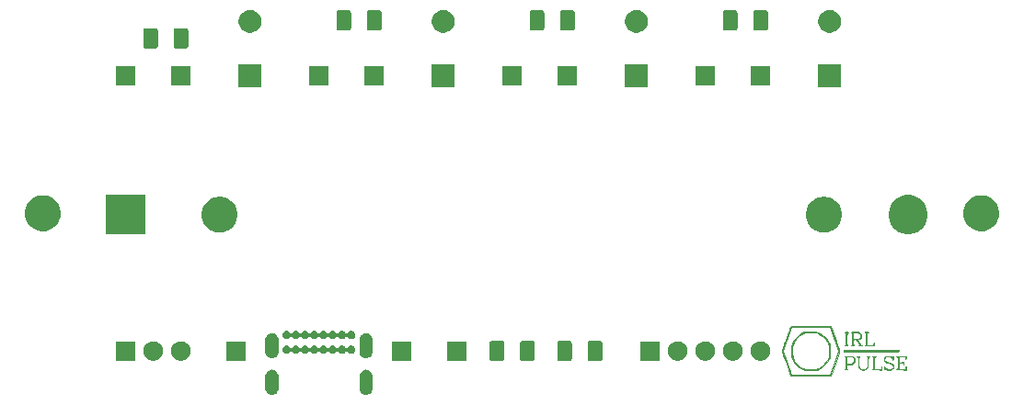
<source format=gbr>
G04 #@! TF.GenerationSoftware,KiCad,Pcbnew,(5.1.5-0-10_14)*
G04 #@! TF.CreationDate,2020-03-17T09:24:28-05:00*
G04 #@! TF.ProjectId,pulse,70756c73-652e-46b6-9963-61645f706362,rev?*
G04 #@! TF.SameCoordinates,Original*
G04 #@! TF.FileFunction,Soldermask,Top*
G04 #@! TF.FilePolarity,Negative*
%FSLAX46Y46*%
G04 Gerber Fmt 4.6, Leading zero omitted, Abs format (unit mm)*
G04 Created by KiCad (PCBNEW (5.1.5-0-10_14)) date 2020-03-17 09:24:28*
%MOMM*%
%LPD*%
G04 APERTURE LIST*
%ADD10C,0.010000*%
%ADD11C,0.100000*%
G04 APERTURE END LIST*
D10*
G36*
X180087140Y-71825546D02*
G01*
X180244713Y-71836922D01*
X180372199Y-71862933D01*
X180499883Y-71909346D01*
X180627715Y-71967497D01*
X180985165Y-72182223D01*
X181280968Y-72455546D01*
X181505881Y-72778604D01*
X181537233Y-72839529D01*
X181602269Y-72978302D01*
X181644518Y-73093348D01*
X181668864Y-73211306D01*
X181680189Y-73358816D01*
X181683378Y-73562515D01*
X181683478Y-73637321D01*
X181681335Y-73866856D01*
X181671934Y-74032459D01*
X181650819Y-74160867D01*
X181613530Y-74278819D01*
X181555611Y-74413054D01*
X181553333Y-74417991D01*
X181390356Y-74686579D01*
X181163492Y-74945119D01*
X180898301Y-75168445D01*
X180630341Y-75326829D01*
X180477330Y-75389391D01*
X180327826Y-75428485D01*
X180149394Y-75450365D01*
X179937228Y-75460512D01*
X179648115Y-75458736D01*
X179420054Y-75435775D01*
X179315202Y-75410990D01*
X178989995Y-75263838D01*
X178686843Y-75049204D01*
X178425596Y-74785317D01*
X178226107Y-74490407D01*
X178161421Y-74351545D01*
X178108622Y-74198560D01*
X178076453Y-74043156D01*
X178060444Y-73854898D01*
X178056165Y-73634925D01*
X178057127Y-73476882D01*
X178136980Y-73476882D01*
X178142876Y-73846946D01*
X178225533Y-74210275D01*
X178380901Y-74547477D01*
X178561524Y-74792900D01*
X178841170Y-75054950D01*
X179140867Y-75234842D01*
X179474690Y-75338484D01*
X179856712Y-75371788D01*
X179937228Y-75370614D01*
X180165575Y-75357219D01*
X180342449Y-75327062D01*
X180506679Y-75272033D01*
X180594907Y-75233252D01*
X180892049Y-75052895D01*
X181161616Y-74809060D01*
X181378709Y-74526517D01*
X181464798Y-74367779D01*
X181525552Y-74226088D01*
X181563421Y-74101100D01*
X181583570Y-73963128D01*
X181591159Y-73782487D01*
X181591823Y-73637321D01*
X181588934Y-73420086D01*
X181577452Y-73263605D01*
X181551552Y-73137960D01*
X181505412Y-73013235D01*
X181445198Y-72884090D01*
X181242412Y-72562022D01*
X180972691Y-72296386D01*
X180630556Y-72081947D01*
X180580375Y-72057509D01*
X180419442Y-71986211D01*
X180284884Y-71943335D01*
X180142009Y-71921912D01*
X179956125Y-71914978D01*
X179869192Y-71914689D01*
X179652021Y-71919235D01*
X179491771Y-71936376D01*
X179354876Y-71972287D01*
X179207771Y-72033142D01*
X179196279Y-72038470D01*
X178850523Y-72233856D01*
X178579980Y-72467859D01*
X178372855Y-72753430D01*
X178217354Y-73103523D01*
X178211898Y-73119475D01*
X178136980Y-73476882D01*
X178057127Y-73476882D01*
X178057464Y-73421524D01*
X178067070Y-73268302D01*
X178091444Y-73144747D01*
X178137047Y-73020342D01*
X178210340Y-72864574D01*
X178226009Y-72832799D01*
X178420840Y-72511774D01*
X178662500Y-72254063D01*
X178967779Y-72043366D01*
X179120800Y-71964113D01*
X179267298Y-71897908D01*
X179390680Y-71856338D01*
X179520839Y-71833768D01*
X179687667Y-71824563D01*
X179869192Y-71823036D01*
X180087140Y-71825546D01*
G37*
X180087140Y-71825546D02*
X180244713Y-71836922D01*
X180372199Y-71862933D01*
X180499883Y-71909346D01*
X180627715Y-71967497D01*
X180985165Y-72182223D01*
X181280968Y-72455546D01*
X181505881Y-72778604D01*
X181537233Y-72839529D01*
X181602269Y-72978302D01*
X181644518Y-73093348D01*
X181668864Y-73211306D01*
X181680189Y-73358816D01*
X181683378Y-73562515D01*
X181683478Y-73637321D01*
X181681335Y-73866856D01*
X181671934Y-74032459D01*
X181650819Y-74160867D01*
X181613530Y-74278819D01*
X181555611Y-74413054D01*
X181553333Y-74417991D01*
X181390356Y-74686579D01*
X181163492Y-74945119D01*
X180898301Y-75168445D01*
X180630341Y-75326829D01*
X180477330Y-75389391D01*
X180327826Y-75428485D01*
X180149394Y-75450365D01*
X179937228Y-75460512D01*
X179648115Y-75458736D01*
X179420054Y-75435775D01*
X179315202Y-75410990D01*
X178989995Y-75263838D01*
X178686843Y-75049204D01*
X178425596Y-74785317D01*
X178226107Y-74490407D01*
X178161421Y-74351545D01*
X178108622Y-74198560D01*
X178076453Y-74043156D01*
X178060444Y-73854898D01*
X178056165Y-73634925D01*
X178057127Y-73476882D01*
X178136980Y-73476882D01*
X178142876Y-73846946D01*
X178225533Y-74210275D01*
X178380901Y-74547477D01*
X178561524Y-74792900D01*
X178841170Y-75054950D01*
X179140867Y-75234842D01*
X179474690Y-75338484D01*
X179856712Y-75371788D01*
X179937228Y-75370614D01*
X180165575Y-75357219D01*
X180342449Y-75327062D01*
X180506679Y-75272033D01*
X180594907Y-75233252D01*
X180892049Y-75052895D01*
X181161616Y-74809060D01*
X181378709Y-74526517D01*
X181464798Y-74367779D01*
X181525552Y-74226088D01*
X181563421Y-74101100D01*
X181583570Y-73963128D01*
X181591159Y-73782487D01*
X181591823Y-73637321D01*
X181588934Y-73420086D01*
X181577452Y-73263605D01*
X181551552Y-73137960D01*
X181505412Y-73013235D01*
X181445198Y-72884090D01*
X181242412Y-72562022D01*
X180972691Y-72296386D01*
X180630556Y-72081947D01*
X180580375Y-72057509D01*
X180419442Y-71986211D01*
X180284884Y-71943335D01*
X180142009Y-71921912D01*
X179956125Y-71914978D01*
X179869192Y-71914689D01*
X179652021Y-71919235D01*
X179491771Y-71936376D01*
X179354876Y-71972287D01*
X179207771Y-72033142D01*
X179196279Y-72038470D01*
X178850523Y-72233856D01*
X178579980Y-72467859D01*
X178372855Y-72753430D01*
X178217354Y-73103523D01*
X178211898Y-73119475D01*
X178136980Y-73476882D01*
X178057127Y-73476882D01*
X178057464Y-73421524D01*
X178067070Y-73268302D01*
X178091444Y-73144747D01*
X178137047Y-73020342D01*
X178210340Y-72864574D01*
X178226009Y-72832799D01*
X178420840Y-72511774D01*
X178662500Y-72254063D01*
X178967779Y-72043366D01*
X179120800Y-71964113D01*
X179267298Y-71897908D01*
X179390680Y-71856338D01*
X179520839Y-71833768D01*
X179687667Y-71824563D01*
X179869192Y-71823036D01*
X180087140Y-71825546D01*
G36*
X185017228Y-71900742D02*
G01*
X185129210Y-71905607D01*
X185171174Y-71914349D01*
X185141960Y-71923559D01*
X185017228Y-71942454D01*
X185017228Y-73115714D01*
X185331715Y-73115714D01*
X185496909Y-73114026D01*
X185592502Y-73103698D01*
X185639603Y-73076829D01*
X185659323Y-73025524D01*
X185665098Y-72990982D01*
X185678182Y-72914727D01*
X185685240Y-72921134D01*
X185690789Y-73013661D01*
X185697585Y-73161071D01*
X185232675Y-73154895D01*
X185052712Y-73150682D01*
X184924740Y-73144049D01*
X184862540Y-73135977D01*
X184869817Y-73129061D01*
X184912181Y-73117145D01*
X184940831Y-73090463D01*
X184958445Y-73033659D01*
X184967704Y-72931378D01*
X184971286Y-72768264D01*
X184971871Y-72544134D01*
X184971086Y-72308866D01*
X184966943Y-72148366D01*
X184956758Y-72046691D01*
X184937847Y-71987896D01*
X184907526Y-71956038D01*
X184869817Y-71937842D01*
X184830909Y-71914830D01*
X184864971Y-71902974D01*
X184979873Y-71900291D01*
X185017228Y-71900742D01*
G37*
X185017228Y-71900742D02*
X185129210Y-71905607D01*
X185171174Y-71914349D01*
X185141960Y-71923559D01*
X185017228Y-71942454D01*
X185017228Y-73115714D01*
X185331715Y-73115714D01*
X185496909Y-73114026D01*
X185592502Y-73103698D01*
X185639603Y-73076829D01*
X185659323Y-73025524D01*
X185665098Y-72990982D01*
X185678182Y-72914727D01*
X185685240Y-72921134D01*
X185690789Y-73013661D01*
X185697585Y-73161071D01*
X185232675Y-73154895D01*
X185052712Y-73150682D01*
X184924740Y-73144049D01*
X184862540Y-73135977D01*
X184869817Y-73129061D01*
X184912181Y-73117145D01*
X184940831Y-73090463D01*
X184958445Y-73033659D01*
X184967704Y-72931378D01*
X184971286Y-72768264D01*
X184971871Y-72544134D01*
X184971086Y-72308866D01*
X184966943Y-72148366D01*
X184956758Y-72046691D01*
X184937847Y-71987896D01*
X184907526Y-71956038D01*
X184869817Y-71937842D01*
X184830909Y-71914830D01*
X184864971Y-71902974D01*
X184979873Y-71900291D01*
X185017228Y-71900742D01*
G36*
X184151976Y-71902917D02*
G01*
X184329468Y-71936024D01*
X184441781Y-72002475D01*
X184500602Y-72109090D01*
X184517605Y-72258238D01*
X184484451Y-72420090D01*
X184392796Y-72530041D01*
X184256678Y-72571415D01*
X184253924Y-72571429D01*
X184176009Y-72581796D01*
X184155442Y-72598000D01*
X184183985Y-72667451D01*
X184256525Y-72776953D01*
X184353428Y-72902247D01*
X184455060Y-73019074D01*
X184541790Y-73103173D01*
X184586335Y-73130421D01*
X184598580Y-73140488D01*
X184534460Y-73147133D01*
X184450264Y-73148718D01*
X184342700Y-73145496D01*
X184303391Y-73137185D01*
X184324926Y-73129141D01*
X184374303Y-73115092D01*
X184388785Y-73086814D01*
X184363207Y-73027421D01*
X184292400Y-72920026D01*
X184236622Y-72840496D01*
X184126730Y-72694141D01*
X184043276Y-72611161D01*
X183967960Y-72576018D01*
X183919728Y-72571429D01*
X183849015Y-72575809D01*
X183811036Y-72603287D01*
X183795620Y-72675365D01*
X183792598Y-72813544D01*
X183792585Y-72840246D01*
X183797714Y-72997230D01*
X183816947Y-73084927D01*
X183856052Y-73124377D01*
X183871960Y-73129806D01*
X183877794Y-73141115D01*
X183808706Y-73148253D01*
X183724550Y-73149633D01*
X183617104Y-73145898D01*
X183578033Y-73137225D01*
X183599817Y-73129061D01*
X183641633Y-73117387D01*
X183670117Y-73091301D01*
X183687826Y-73035699D01*
X183697316Y-72935479D01*
X183701145Y-72775536D01*
X183701870Y-72540768D01*
X183701871Y-72526242D01*
X183701871Y-72526071D01*
X183792585Y-72526071D01*
X184049817Y-72526071D01*
X184250274Y-72510716D01*
X184374796Y-72463226D01*
X184389996Y-72451006D01*
X184458333Y-72334283D01*
X184466063Y-72187687D01*
X184411117Y-72050645D01*
X184411002Y-72050486D01*
X184339271Y-71994981D01*
X184210790Y-71960673D01*
X184070823Y-71945651D01*
X183792585Y-71925525D01*
X183792585Y-72526071D01*
X183701871Y-72526071D01*
X183700641Y-72284403D01*
X183695654Y-72118467D01*
X183684967Y-72013640D01*
X183666634Y-71955129D01*
X183638711Y-71928140D01*
X183622496Y-71922337D01*
X183625888Y-71912221D01*
X183704322Y-71903427D01*
X183842123Y-71897437D01*
X183897621Y-71896333D01*
X184151976Y-71902917D01*
G37*
X184151976Y-71902917D02*
X184329468Y-71936024D01*
X184441781Y-72002475D01*
X184500602Y-72109090D01*
X184517605Y-72258238D01*
X184484451Y-72420090D01*
X184392796Y-72530041D01*
X184256678Y-72571415D01*
X184253924Y-72571429D01*
X184176009Y-72581796D01*
X184155442Y-72598000D01*
X184183985Y-72667451D01*
X184256525Y-72776953D01*
X184353428Y-72902247D01*
X184455060Y-73019074D01*
X184541790Y-73103173D01*
X184586335Y-73130421D01*
X184598580Y-73140488D01*
X184534460Y-73147133D01*
X184450264Y-73148718D01*
X184342700Y-73145496D01*
X184303391Y-73137185D01*
X184324926Y-73129141D01*
X184374303Y-73115092D01*
X184388785Y-73086814D01*
X184363207Y-73027421D01*
X184292400Y-72920026D01*
X184236622Y-72840496D01*
X184126730Y-72694141D01*
X184043276Y-72611161D01*
X183967960Y-72576018D01*
X183919728Y-72571429D01*
X183849015Y-72575809D01*
X183811036Y-72603287D01*
X183795620Y-72675365D01*
X183792598Y-72813544D01*
X183792585Y-72840246D01*
X183797714Y-72997230D01*
X183816947Y-73084927D01*
X183856052Y-73124377D01*
X183871960Y-73129806D01*
X183877794Y-73141115D01*
X183808706Y-73148253D01*
X183724550Y-73149633D01*
X183617104Y-73145898D01*
X183578033Y-73137225D01*
X183599817Y-73129061D01*
X183641633Y-73117387D01*
X183670117Y-73091301D01*
X183687826Y-73035699D01*
X183697316Y-72935479D01*
X183701145Y-72775536D01*
X183701870Y-72540768D01*
X183701871Y-72526242D01*
X183701871Y-72526071D01*
X183792585Y-72526071D01*
X184049817Y-72526071D01*
X184250274Y-72510716D01*
X184374796Y-72463226D01*
X184389996Y-72451006D01*
X184458333Y-72334283D01*
X184466063Y-72187687D01*
X184411117Y-72050645D01*
X184411002Y-72050486D01*
X184339271Y-71994981D01*
X184210790Y-71960673D01*
X184070823Y-71945651D01*
X183792585Y-71925525D01*
X183792585Y-72526071D01*
X183701871Y-72526071D01*
X183700641Y-72284403D01*
X183695654Y-72118467D01*
X183684967Y-72013640D01*
X183666634Y-71955129D01*
X183638711Y-71928140D01*
X183622496Y-71922337D01*
X183625888Y-71912221D01*
X183704322Y-71903427D01*
X183842123Y-71897437D01*
X183897621Y-71896333D01*
X184151976Y-71902917D01*
G36*
X183260579Y-71905408D02*
G01*
X183297115Y-71915138D01*
X183282317Y-71922337D01*
X183249440Y-71939968D01*
X183227030Y-71982468D01*
X183213143Y-72064631D01*
X183205833Y-72201254D01*
X183203155Y-72407132D01*
X183202942Y-72526071D01*
X183204173Y-72767870D01*
X183209162Y-72933769D01*
X183219855Y-73038562D01*
X183238196Y-73097046D01*
X183266131Y-73124017D01*
X183282317Y-73129806D01*
X183290518Y-73141756D01*
X183223467Y-73149252D01*
X183157585Y-73150548D01*
X183054591Y-73146734D01*
X183018056Y-73137005D01*
X183032853Y-73129806D01*
X183065731Y-73112174D01*
X183088140Y-73069675D01*
X183102028Y-72987511D01*
X183109338Y-72850888D01*
X183112016Y-72645010D01*
X183112228Y-72526071D01*
X183110997Y-72284272D01*
X183106008Y-72118374D01*
X183095316Y-72013581D01*
X183076974Y-71955096D01*
X183049039Y-71928126D01*
X183032853Y-71922337D01*
X183024653Y-71910387D01*
X183091703Y-71902890D01*
X183157585Y-71901594D01*
X183260579Y-71905408D01*
G37*
X183260579Y-71905408D02*
X183297115Y-71915138D01*
X183282317Y-71922337D01*
X183249440Y-71939968D01*
X183227030Y-71982468D01*
X183213143Y-72064631D01*
X183205833Y-72201254D01*
X183203155Y-72407132D01*
X183202942Y-72526071D01*
X183204173Y-72767870D01*
X183209162Y-72933769D01*
X183219855Y-73038562D01*
X183238196Y-73097046D01*
X183266131Y-73124017D01*
X183282317Y-73129806D01*
X183290518Y-73141756D01*
X183223467Y-73149252D01*
X183157585Y-73150548D01*
X183054591Y-73146734D01*
X183018056Y-73137005D01*
X183032853Y-73129806D01*
X183065731Y-73112174D01*
X183088140Y-73069675D01*
X183102028Y-72987511D01*
X183109338Y-72850888D01*
X183112016Y-72645010D01*
X183112228Y-72526071D01*
X183110997Y-72284272D01*
X183106008Y-72118374D01*
X183095316Y-72013581D01*
X183076974Y-71955096D01*
X183049039Y-71928126D01*
X183032853Y-71922337D01*
X183024653Y-71910387D01*
X183091703Y-71902890D01*
X183157585Y-71901594D01*
X183260579Y-71905408D01*
G36*
X187957258Y-73625982D02*
G01*
X187942764Y-73728036D01*
X182930800Y-73751482D01*
X182930800Y-73523929D01*
X187971752Y-73523929D01*
X187957258Y-73625982D01*
G37*
X187957258Y-73625982D02*
X187942764Y-73728036D01*
X182930800Y-73751482D01*
X182930800Y-73523929D01*
X187971752Y-73523929D01*
X187957258Y-73625982D01*
G36*
X188645800Y-74249643D02*
G01*
X188632662Y-74345183D01*
X188601007Y-74385704D01*
X188600442Y-74385714D01*
X188566346Y-74346898D01*
X188555085Y-74272321D01*
X188549916Y-74211366D01*
X188520744Y-74177415D01*
X188447075Y-74162585D01*
X188308415Y-74158994D01*
X188260264Y-74158929D01*
X187965442Y-74158929D01*
X187965442Y-74703214D01*
X188188902Y-74703214D01*
X188331676Y-74695617D01*
X188406543Y-74668082D01*
X188433105Y-74623839D01*
X188445495Y-74615641D01*
X188454111Y-74682706D01*
X188456234Y-74748571D01*
X188454671Y-74864245D01*
X188444040Y-74898141D01*
X188421030Y-74859012D01*
X188417600Y-74850625D01*
X188375298Y-74785484D01*
X188298851Y-74755451D01*
X188171011Y-74748571D01*
X187965442Y-74748571D01*
X187965442Y-75338214D01*
X188594695Y-75338214D01*
X188612988Y-75190804D01*
X188625119Y-75099936D01*
X188631668Y-75091505D01*
X188636611Y-75169038D01*
X188638541Y-75213482D01*
X188645800Y-75383571D01*
X188158210Y-75377395D01*
X187972753Y-75373307D01*
X187838380Y-75366885D01*
X187768770Y-75359047D01*
X187772675Y-75351561D01*
X187814485Y-75339890D01*
X187842967Y-75313809D01*
X187860677Y-75258218D01*
X187870170Y-75158017D01*
X187874001Y-74998104D01*
X187874727Y-74763378D01*
X187874728Y-74748571D01*
X187874095Y-74509462D01*
X187870492Y-74345965D01*
X187861363Y-74242980D01*
X187844153Y-74185405D01*
X187816305Y-74158140D01*
X187775265Y-74146084D01*
X187772675Y-74145581D01*
X187772543Y-74137251D01*
X187849447Y-74129516D01*
X187989706Y-74123292D01*
X188158210Y-74119748D01*
X188645800Y-74113571D01*
X188645800Y-74249643D01*
G37*
X188645800Y-74249643D02*
X188632662Y-74345183D01*
X188601007Y-74385704D01*
X188600442Y-74385714D01*
X188566346Y-74346898D01*
X188555085Y-74272321D01*
X188549916Y-74211366D01*
X188520744Y-74177415D01*
X188447075Y-74162585D01*
X188308415Y-74158994D01*
X188260264Y-74158929D01*
X187965442Y-74158929D01*
X187965442Y-74703214D01*
X188188902Y-74703214D01*
X188331676Y-74695617D01*
X188406543Y-74668082D01*
X188433105Y-74623839D01*
X188445495Y-74615641D01*
X188454111Y-74682706D01*
X188456234Y-74748571D01*
X188454671Y-74864245D01*
X188444040Y-74898141D01*
X188421030Y-74859012D01*
X188417600Y-74850625D01*
X188375298Y-74785484D01*
X188298851Y-74755451D01*
X188171011Y-74748571D01*
X187965442Y-74748571D01*
X187965442Y-75338214D01*
X188594695Y-75338214D01*
X188612988Y-75190804D01*
X188625119Y-75099936D01*
X188631668Y-75091505D01*
X188636611Y-75169038D01*
X188638541Y-75213482D01*
X188645800Y-75383571D01*
X188158210Y-75377395D01*
X187972753Y-75373307D01*
X187838380Y-75366885D01*
X187768770Y-75359047D01*
X187772675Y-75351561D01*
X187814485Y-75339890D01*
X187842967Y-75313809D01*
X187860677Y-75258218D01*
X187870170Y-75158017D01*
X187874001Y-74998104D01*
X187874727Y-74763378D01*
X187874728Y-74748571D01*
X187874095Y-74509462D01*
X187870492Y-74345965D01*
X187861363Y-74242980D01*
X187844153Y-74185405D01*
X187816305Y-74158140D01*
X187775265Y-74146084D01*
X187772675Y-74145581D01*
X187772543Y-74137251D01*
X187849447Y-74129516D01*
X187989706Y-74123292D01*
X188158210Y-74119748D01*
X188645800Y-74113571D01*
X188645800Y-74249643D01*
G36*
X187143841Y-74133171D02*
G01*
X187284109Y-74181102D01*
X187375169Y-74222476D01*
X187416953Y-74215555D01*
X187435345Y-74169763D01*
X187446603Y-74164216D01*
X187453705Y-74233526D01*
X187455075Y-74317679D01*
X187451357Y-74425304D01*
X187442729Y-74464728D01*
X187434622Y-74443314D01*
X187373392Y-74314230D01*
X187260777Y-74223673D01*
X187117553Y-74172323D01*
X186964498Y-74160854D01*
X186822391Y-74189946D01*
X186712007Y-74260274D01*
X186654126Y-74372517D01*
X186650085Y-74417750D01*
X186668404Y-74502549D01*
X186732956Y-74571704D01*
X186858136Y-74635250D01*
X187058337Y-74703225D01*
X187060421Y-74703856D01*
X187221801Y-74760645D01*
X187357338Y-74822264D01*
X187425925Y-74866280D01*
X187497143Y-74985612D01*
X187503129Y-75131158D01*
X187444291Y-75266517D01*
X187421157Y-75292857D01*
X187309303Y-75352951D01*
X187147215Y-75382750D01*
X186970581Y-75381052D01*
X186815089Y-75346654D01*
X186754259Y-75315322D01*
X186681187Y-75272161D01*
X186648293Y-75289188D01*
X186636035Y-75326661D01*
X186624231Y-75334990D01*
X186617148Y-75268042D01*
X186616166Y-75202143D01*
X186620054Y-75102210D01*
X186628975Y-75071690D01*
X186635614Y-75091509D01*
X186696243Y-75204356D01*
X186811945Y-75281837D01*
X186961092Y-75324005D01*
X187122056Y-75330916D01*
X187273206Y-75302624D01*
X187392915Y-75239184D01*
X187459553Y-75140649D01*
X187466514Y-75089418D01*
X187441782Y-74977559D01*
X187359239Y-74889421D01*
X187206364Y-74814954D01*
X187069609Y-74770910D01*
X186854421Y-74701311D01*
X186714976Y-74633153D01*
X186637136Y-74555594D01*
X186606765Y-74457793D01*
X186604728Y-74414377D01*
X186631829Y-74274826D01*
X186687675Y-74188637D01*
X186803688Y-74133924D01*
X186967589Y-74115286D01*
X187143841Y-74133171D01*
G37*
X187143841Y-74133171D02*
X187284109Y-74181102D01*
X187375169Y-74222476D01*
X187416953Y-74215555D01*
X187435345Y-74169763D01*
X187446603Y-74164216D01*
X187453705Y-74233526D01*
X187455075Y-74317679D01*
X187451357Y-74425304D01*
X187442729Y-74464728D01*
X187434622Y-74443314D01*
X187373392Y-74314230D01*
X187260777Y-74223673D01*
X187117553Y-74172323D01*
X186964498Y-74160854D01*
X186822391Y-74189946D01*
X186712007Y-74260274D01*
X186654126Y-74372517D01*
X186650085Y-74417750D01*
X186668404Y-74502549D01*
X186732956Y-74571704D01*
X186858136Y-74635250D01*
X187058337Y-74703225D01*
X187060421Y-74703856D01*
X187221801Y-74760645D01*
X187357338Y-74822264D01*
X187425925Y-74866280D01*
X187497143Y-74985612D01*
X187503129Y-75131158D01*
X187444291Y-75266517D01*
X187421157Y-75292857D01*
X187309303Y-75352951D01*
X187147215Y-75382750D01*
X186970581Y-75381052D01*
X186815089Y-75346654D01*
X186754259Y-75315322D01*
X186681187Y-75272161D01*
X186648293Y-75289188D01*
X186636035Y-75326661D01*
X186624231Y-75334990D01*
X186617148Y-75268042D01*
X186616166Y-75202143D01*
X186620054Y-75102210D01*
X186628975Y-75071690D01*
X186635614Y-75091509D01*
X186696243Y-75204356D01*
X186811945Y-75281837D01*
X186961092Y-75324005D01*
X187122056Y-75330916D01*
X187273206Y-75302624D01*
X187392915Y-75239184D01*
X187459553Y-75140649D01*
X187466514Y-75089418D01*
X187441782Y-74977559D01*
X187359239Y-74889421D01*
X187206364Y-74814954D01*
X187069609Y-74770910D01*
X186854421Y-74701311D01*
X186714976Y-74633153D01*
X186637136Y-74555594D01*
X186606765Y-74457793D01*
X186604728Y-74414377D01*
X186631829Y-74274826D01*
X186687675Y-74188637D01*
X186803688Y-74133924D01*
X186967589Y-74115286D01*
X187143841Y-74133171D01*
G36*
X185813720Y-74128902D02*
G01*
X185863940Y-74136641D01*
X185844996Y-74145581D01*
X185803341Y-74157185D01*
X185774907Y-74183097D01*
X185757172Y-74238349D01*
X185747615Y-74337969D01*
X185743713Y-74496988D01*
X185742944Y-74730433D01*
X185742942Y-74753798D01*
X185742942Y-75342359D01*
X186048809Y-75328947D01*
X186211385Y-75319878D01*
X186305412Y-75303996D01*
X186353002Y-75271431D01*
X186376268Y-75212308D01*
X186383621Y-75179464D01*
X186402581Y-75097032D01*
X186411844Y-75093422D01*
X186416636Y-75173817D01*
X186417933Y-75213482D01*
X186423300Y-75383571D01*
X185935710Y-75377395D01*
X185750253Y-75373307D01*
X185615880Y-75366885D01*
X185546270Y-75359047D01*
X185550175Y-75351561D01*
X185591985Y-75339890D01*
X185620467Y-75313809D01*
X185638177Y-75258218D01*
X185647670Y-75158017D01*
X185651501Y-74998104D01*
X185652227Y-74763378D01*
X185652228Y-74748571D01*
X185651595Y-74509462D01*
X185647992Y-74345965D01*
X185638863Y-74242980D01*
X185621653Y-74185405D01*
X185593805Y-74158140D01*
X185552765Y-74146084D01*
X185550175Y-74145581D01*
X185534126Y-74135213D01*
X185595355Y-74128090D01*
X185697585Y-74125925D01*
X185813720Y-74128902D01*
G37*
X185813720Y-74128902D02*
X185863940Y-74136641D01*
X185844996Y-74145581D01*
X185803341Y-74157185D01*
X185774907Y-74183097D01*
X185757172Y-74238349D01*
X185747615Y-74337969D01*
X185743713Y-74496988D01*
X185742944Y-74730433D01*
X185742942Y-74753798D01*
X185742942Y-75342359D01*
X186048809Y-75328947D01*
X186211385Y-75319878D01*
X186305412Y-75303996D01*
X186353002Y-75271431D01*
X186376268Y-75212308D01*
X186383621Y-75179464D01*
X186402581Y-75097032D01*
X186411844Y-75093422D01*
X186416636Y-75173817D01*
X186417933Y-75213482D01*
X186423300Y-75383571D01*
X185935710Y-75377395D01*
X185750253Y-75373307D01*
X185615880Y-75366885D01*
X185546270Y-75359047D01*
X185550175Y-75351561D01*
X185591985Y-75339890D01*
X185620467Y-75313809D01*
X185638177Y-75258218D01*
X185647670Y-75158017D01*
X185651501Y-74998104D01*
X185652227Y-74763378D01*
X185652228Y-74748571D01*
X185651595Y-74509462D01*
X185647992Y-74345965D01*
X185638863Y-74242980D01*
X185621653Y-74185405D01*
X185593805Y-74158140D01*
X185552765Y-74146084D01*
X185550175Y-74145581D01*
X185534126Y-74135213D01*
X185595355Y-74128090D01*
X185697585Y-74125925D01*
X185813720Y-74128902D01*
G36*
X184246157Y-74121708D02*
G01*
X184349157Y-74126897D01*
X184385686Y-74137491D01*
X184370889Y-74144837D01*
X184334983Y-74164690D01*
X184311722Y-74212646D01*
X184298479Y-74305094D01*
X184292631Y-74458423D01*
X184291514Y-74640566D01*
X184292975Y-74855729D01*
X184299933Y-75000540D01*
X184316253Y-75095348D01*
X184345798Y-75160499D01*
X184392432Y-75216343D01*
X184402845Y-75226883D01*
X184525727Y-75311312D01*
X184685094Y-75338097D01*
X184699728Y-75338214D01*
X184863515Y-75315142D01*
X184987705Y-75235593D01*
X184996611Y-75226883D01*
X185046700Y-75170561D01*
X185079012Y-75108562D01*
X185097408Y-75020538D01*
X185105754Y-74886141D01*
X185107913Y-74685023D01*
X185107942Y-74640566D01*
X185106193Y-74425249D01*
X185099195Y-74284219D01*
X185084324Y-74201087D01*
X185058956Y-74159466D01*
X185028567Y-74144837D01*
X185020369Y-74132447D01*
X185087434Y-74123831D01*
X185153300Y-74121708D01*
X185268973Y-74123272D01*
X185302869Y-74133902D01*
X185263740Y-74156912D01*
X185255353Y-74160342D01*
X185209491Y-74184217D01*
X185179910Y-74223315D01*
X185163060Y-74295387D01*
X185155389Y-74418186D01*
X185153347Y-74609464D01*
X185153300Y-74670588D01*
X185152152Y-74882567D01*
X185145734Y-75024578D01*
X185129581Y-75117362D01*
X185099228Y-75181663D01*
X185050213Y-75238222D01*
X185026085Y-75261693D01*
X184863593Y-75361280D01*
X184676316Y-75390933D01*
X184493321Y-75350550D01*
X184365735Y-75263993D01*
X184311945Y-75205023D01*
X184277284Y-75143817D01*
X184257567Y-75059682D01*
X184248607Y-74931927D01*
X184246218Y-74739859D01*
X184246157Y-74672889D01*
X184244986Y-74460951D01*
X184239124Y-74322019D01*
X184225046Y-74238389D01*
X184199228Y-74192360D01*
X184158144Y-74166231D01*
X184144103Y-74160342D01*
X184097476Y-74135767D01*
X184122910Y-74123937D01*
X184229159Y-74121538D01*
X184246157Y-74121708D01*
G37*
X184246157Y-74121708D02*
X184349157Y-74126897D01*
X184385686Y-74137491D01*
X184370889Y-74144837D01*
X184334983Y-74164690D01*
X184311722Y-74212646D01*
X184298479Y-74305094D01*
X184292631Y-74458423D01*
X184291514Y-74640566D01*
X184292975Y-74855729D01*
X184299933Y-75000540D01*
X184316253Y-75095348D01*
X184345798Y-75160499D01*
X184392432Y-75216343D01*
X184402845Y-75226883D01*
X184525727Y-75311312D01*
X184685094Y-75338097D01*
X184699728Y-75338214D01*
X184863515Y-75315142D01*
X184987705Y-75235593D01*
X184996611Y-75226883D01*
X185046700Y-75170561D01*
X185079012Y-75108562D01*
X185097408Y-75020538D01*
X185105754Y-74886141D01*
X185107913Y-74685023D01*
X185107942Y-74640566D01*
X185106193Y-74425249D01*
X185099195Y-74284219D01*
X185084324Y-74201087D01*
X185058956Y-74159466D01*
X185028567Y-74144837D01*
X185020369Y-74132447D01*
X185087434Y-74123831D01*
X185153300Y-74121708D01*
X185268973Y-74123272D01*
X185302869Y-74133902D01*
X185263740Y-74156912D01*
X185255353Y-74160342D01*
X185209491Y-74184217D01*
X185179910Y-74223315D01*
X185163060Y-74295387D01*
X185155389Y-74418186D01*
X185153347Y-74609464D01*
X185153300Y-74670588D01*
X185152152Y-74882567D01*
X185145734Y-75024578D01*
X185129581Y-75117362D01*
X185099228Y-75181663D01*
X185050213Y-75238222D01*
X185026085Y-75261693D01*
X184863593Y-75361280D01*
X184676316Y-75390933D01*
X184493321Y-75350550D01*
X184365735Y-75263993D01*
X184311945Y-75205023D01*
X184277284Y-75143817D01*
X184257567Y-75059682D01*
X184248607Y-74931927D01*
X184246218Y-74739859D01*
X184246157Y-74672889D01*
X184244986Y-74460951D01*
X184239124Y-74322019D01*
X184225046Y-74238389D01*
X184199228Y-74192360D01*
X184158144Y-74166231D01*
X184144103Y-74160342D01*
X184097476Y-74135767D01*
X184122910Y-74123937D01*
X184229159Y-74121538D01*
X184246157Y-74121708D01*
G36*
X183630474Y-74126559D02*
G01*
X183714191Y-74147740D01*
X183776822Y-74187140D01*
X183817325Y-74224903D01*
X183911122Y-74376511D01*
X183927839Y-74548092D01*
X183867478Y-74711786D01*
X183817325Y-74773312D01*
X183736920Y-74838325D01*
X183641755Y-74872130D01*
X183499808Y-74883974D01*
X183431790Y-74884643D01*
X183157585Y-74884643D01*
X183157585Y-75108274D01*
X183162805Y-75244498D01*
X183185495Y-75315417D01*
X183236203Y-75346176D01*
X183259639Y-75351561D01*
X183278238Y-75362329D01*
X183219080Y-75369469D01*
X183134907Y-75371218D01*
X183027463Y-75367984D01*
X182988391Y-75359644D01*
X183010175Y-75351561D01*
X183051985Y-75339890D01*
X183080467Y-75313809D01*
X183098177Y-75258218D01*
X183107670Y-75158017D01*
X183111501Y-74998104D01*
X183112227Y-74763378D01*
X183112228Y-74748571D01*
X183111595Y-74509462D01*
X183110701Y-74468869D01*
X183157585Y-74468869D01*
X183161717Y-74628911D01*
X183172552Y-74751058D01*
X183187748Y-74808971D01*
X183187823Y-74809048D01*
X183247446Y-74826711D01*
X183365034Y-74837603D01*
X183439349Y-74839286D01*
X183598585Y-74827108D01*
X183708212Y-74781902D01*
X183771968Y-74727954D01*
X183864166Y-74594552D01*
X183874378Y-74448787D01*
X183832413Y-74323657D01*
X183773248Y-74239078D01*
X183677327Y-74188239D01*
X183525173Y-74164183D01*
X183373032Y-74159548D01*
X183157585Y-74158929D01*
X183157585Y-74468869D01*
X183110701Y-74468869D01*
X183107992Y-74345965D01*
X183098863Y-74242980D01*
X183081653Y-74185405D01*
X183053805Y-74158140D01*
X183012765Y-74146084D01*
X183010175Y-74145581D01*
X183005659Y-74136435D01*
X183077833Y-74128119D01*
X183212671Y-74121855D01*
X183307058Y-74119748D01*
X183502490Y-74118821D01*
X183630474Y-74126559D01*
G37*
X183630474Y-74126559D02*
X183714191Y-74147740D01*
X183776822Y-74187140D01*
X183817325Y-74224903D01*
X183911122Y-74376511D01*
X183927839Y-74548092D01*
X183867478Y-74711786D01*
X183817325Y-74773312D01*
X183736920Y-74838325D01*
X183641755Y-74872130D01*
X183499808Y-74883974D01*
X183431790Y-74884643D01*
X183157585Y-74884643D01*
X183157585Y-75108274D01*
X183162805Y-75244498D01*
X183185495Y-75315417D01*
X183236203Y-75346176D01*
X183259639Y-75351561D01*
X183278238Y-75362329D01*
X183219080Y-75369469D01*
X183134907Y-75371218D01*
X183027463Y-75367984D01*
X182988391Y-75359644D01*
X183010175Y-75351561D01*
X183051985Y-75339890D01*
X183080467Y-75313809D01*
X183098177Y-75258218D01*
X183107670Y-75158017D01*
X183111501Y-74998104D01*
X183112227Y-74763378D01*
X183112228Y-74748571D01*
X183111595Y-74509462D01*
X183110701Y-74468869D01*
X183157585Y-74468869D01*
X183161717Y-74628911D01*
X183172552Y-74751058D01*
X183187748Y-74808971D01*
X183187823Y-74809048D01*
X183247446Y-74826711D01*
X183365034Y-74837603D01*
X183439349Y-74839286D01*
X183598585Y-74827108D01*
X183708212Y-74781902D01*
X183771968Y-74727954D01*
X183864166Y-74594552D01*
X183874378Y-74448787D01*
X183832413Y-74323657D01*
X183773248Y-74239078D01*
X183677327Y-74188239D01*
X183525173Y-74164183D01*
X183373032Y-74159548D01*
X183157585Y-74158929D01*
X183157585Y-74468869D01*
X183110701Y-74468869D01*
X183107992Y-74345965D01*
X183098863Y-74242980D01*
X183081653Y-74185405D01*
X183053805Y-74158140D01*
X183012765Y-74146084D01*
X183010175Y-74145581D01*
X183005659Y-74136435D01*
X183077833Y-74128119D01*
X183212671Y-74121855D01*
X183307058Y-74119748D01*
X183502490Y-74118821D01*
X183630474Y-74126559D01*
G36*
X179537853Y-71355493D02*
G01*
X179905792Y-71357616D01*
X181722045Y-71369464D01*
X182119911Y-72458036D01*
X182228501Y-72758405D01*
X182325989Y-73034320D01*
X182408119Y-73273224D01*
X182470635Y-73462561D01*
X182509283Y-73589777D01*
X182520182Y-73639034D01*
X182505606Y-73705589D01*
X182463339Y-73844512D01*
X182397614Y-74043260D01*
X182312663Y-74289290D01*
X182212720Y-74570058D01*
X182122214Y-74818319D01*
X181721842Y-75905179D01*
X179876106Y-75917027D01*
X178030370Y-75928876D01*
X177989280Y-75820800D01*
X177956233Y-75730713D01*
X177902532Y-75580996D01*
X177837474Y-75397643D01*
X177806595Y-75310023D01*
X177735898Y-75111646D01*
X177644504Y-74859063D01*
X177543595Y-74582995D01*
X177444353Y-74314162D01*
X177432507Y-74282290D01*
X177200014Y-73657258D01*
X177207174Y-73637321D01*
X177307209Y-73637321D01*
X177641920Y-74567143D01*
X177744252Y-74851625D01*
X177839645Y-75117205D01*
X177922578Y-75348476D01*
X177987526Y-75530031D01*
X178028966Y-75646464D01*
X178036220Y-75667054D01*
X178095809Y-75837143D01*
X181648469Y-75837143D01*
X182044473Y-74740778D01*
X182440477Y-73644414D01*
X181641569Y-71436464D01*
X179872048Y-71448321D01*
X178102527Y-71460179D01*
X177307209Y-73637321D01*
X177207174Y-73637321D01*
X177317628Y-73329790D01*
X177373082Y-73175455D01*
X177451200Y-72958121D01*
X177543945Y-72700152D01*
X177643276Y-72423908D01*
X177710763Y-72236252D01*
X177802551Y-71985420D01*
X177887304Y-71761929D01*
X177959077Y-71580826D01*
X178011927Y-71457159D01*
X178037910Y-71407975D01*
X178064988Y-71392083D01*
X178122351Y-71379277D01*
X178217772Y-71369346D01*
X178359026Y-71362082D01*
X178553886Y-71357274D01*
X178810129Y-71354713D01*
X179135526Y-71354189D01*
X179537853Y-71355493D01*
G37*
X179537853Y-71355493D02*
X179905792Y-71357616D01*
X181722045Y-71369464D01*
X182119911Y-72458036D01*
X182228501Y-72758405D01*
X182325989Y-73034320D01*
X182408119Y-73273224D01*
X182470635Y-73462561D01*
X182509283Y-73589777D01*
X182520182Y-73639034D01*
X182505606Y-73705589D01*
X182463339Y-73844512D01*
X182397614Y-74043260D01*
X182312663Y-74289290D01*
X182212720Y-74570058D01*
X182122214Y-74818319D01*
X181721842Y-75905179D01*
X179876106Y-75917027D01*
X178030370Y-75928876D01*
X177989280Y-75820800D01*
X177956233Y-75730713D01*
X177902532Y-75580996D01*
X177837474Y-75397643D01*
X177806595Y-75310023D01*
X177735898Y-75111646D01*
X177644504Y-74859063D01*
X177543595Y-74582995D01*
X177444353Y-74314162D01*
X177432507Y-74282290D01*
X177200014Y-73657258D01*
X177207174Y-73637321D01*
X177307209Y-73637321D01*
X177641920Y-74567143D01*
X177744252Y-74851625D01*
X177839645Y-75117205D01*
X177922578Y-75348476D01*
X177987526Y-75530031D01*
X178028966Y-75646464D01*
X178036220Y-75667054D01*
X178095809Y-75837143D01*
X181648469Y-75837143D01*
X182044473Y-74740778D01*
X182440477Y-73644414D01*
X181641569Y-71436464D01*
X179872048Y-71448321D01*
X178102527Y-71460179D01*
X177307209Y-73637321D01*
X177207174Y-73637321D01*
X177317628Y-73329790D01*
X177373082Y-73175455D01*
X177451200Y-72958121D01*
X177543945Y-72700152D01*
X177643276Y-72423908D01*
X177710763Y-72236252D01*
X177802551Y-71985420D01*
X177887304Y-71761929D01*
X177959077Y-71580826D01*
X178011927Y-71457159D01*
X178037910Y-71407975D01*
X178064988Y-71392083D01*
X178122351Y-71379277D01*
X178217772Y-71369346D01*
X178359026Y-71362082D01*
X178553886Y-71357274D01*
X178810129Y-71354713D01*
X179135526Y-71354189D01*
X179537853Y-71355493D01*
D11*
G36*
X130413600Y-75384754D02*
G01*
X130527643Y-75419349D01*
X130632745Y-75475527D01*
X130632746Y-75475528D01*
X130632748Y-75475529D01*
X130724869Y-75551131D01*
X130800471Y-75643251D01*
X130800472Y-75643253D01*
X130800473Y-75643254D01*
X130856651Y-75748356D01*
X130891246Y-75862399D01*
X130900000Y-75951281D01*
X130900000Y-77118719D01*
X130891246Y-77207601D01*
X130856651Y-77321644D01*
X130800473Y-77426746D01*
X130800471Y-77426749D01*
X130724870Y-77518870D01*
X130632749Y-77594471D01*
X130632747Y-77594472D01*
X130632746Y-77594473D01*
X130527644Y-77650651D01*
X130413601Y-77685246D01*
X130295000Y-77696927D01*
X130176400Y-77685246D01*
X130062357Y-77650651D01*
X129957255Y-77594473D01*
X129957254Y-77594472D01*
X129957252Y-77594471D01*
X129865131Y-77518870D01*
X129789530Y-77426749D01*
X129789528Y-77426746D01*
X129733350Y-77321644D01*
X129698755Y-77207601D01*
X129690001Y-77118719D01*
X129690000Y-75951282D01*
X129698754Y-75862400D01*
X129733349Y-75748357D01*
X129789527Y-75643255D01*
X129865131Y-75551131D01*
X129957251Y-75475529D01*
X129957253Y-75475528D01*
X129957254Y-75475527D01*
X130062356Y-75419349D01*
X130176399Y-75384754D01*
X130295000Y-75373073D01*
X130413600Y-75384754D01*
G37*
G36*
X139063600Y-75384754D02*
G01*
X139177643Y-75419349D01*
X139282745Y-75475527D01*
X139282746Y-75475528D01*
X139282748Y-75475529D01*
X139374869Y-75551131D01*
X139450471Y-75643251D01*
X139450472Y-75643253D01*
X139450473Y-75643254D01*
X139506651Y-75748356D01*
X139541246Y-75862399D01*
X139550000Y-75951281D01*
X139550000Y-77118719D01*
X139541246Y-77207601D01*
X139506651Y-77321644D01*
X139450473Y-77426746D01*
X139450471Y-77426749D01*
X139374870Y-77518870D01*
X139282749Y-77594471D01*
X139282747Y-77594472D01*
X139282746Y-77594473D01*
X139177644Y-77650651D01*
X139063601Y-77685246D01*
X138945000Y-77696927D01*
X138826400Y-77685246D01*
X138712357Y-77650651D01*
X138607255Y-77594473D01*
X138607254Y-77594472D01*
X138607252Y-77594471D01*
X138515131Y-77518870D01*
X138439530Y-77426749D01*
X138439528Y-77426746D01*
X138383350Y-77321644D01*
X138348755Y-77207601D01*
X138340001Y-77118719D01*
X138340000Y-75951282D01*
X138348754Y-75862400D01*
X138383349Y-75748357D01*
X138439527Y-75643255D01*
X138515131Y-75551131D01*
X138607251Y-75475529D01*
X138607253Y-75475528D01*
X138607254Y-75475527D01*
X138712356Y-75419349D01*
X138826399Y-75384754D01*
X138945000Y-75373073D01*
X139063600Y-75384754D01*
G37*
G36*
X154318604Y-72738347D02*
G01*
X154355144Y-72749432D01*
X154388821Y-72767433D01*
X154418341Y-72791659D01*
X154442567Y-72821179D01*
X154460568Y-72854856D01*
X154471653Y-72891396D01*
X154476000Y-72935538D01*
X154476000Y-74384462D01*
X154471653Y-74428604D01*
X154460568Y-74465144D01*
X154442567Y-74498821D01*
X154418341Y-74528341D01*
X154388821Y-74552567D01*
X154355144Y-74570568D01*
X154318604Y-74581653D01*
X154274462Y-74586000D01*
X153325538Y-74586000D01*
X153281396Y-74581653D01*
X153244856Y-74570568D01*
X153211179Y-74552567D01*
X153181659Y-74528341D01*
X153157433Y-74498821D01*
X153139432Y-74465144D01*
X153128347Y-74428604D01*
X153124000Y-74384462D01*
X153124000Y-72935538D01*
X153128347Y-72891396D01*
X153139432Y-72854856D01*
X153157433Y-72821179D01*
X153181659Y-72791659D01*
X153211179Y-72767433D01*
X153244856Y-72749432D01*
X153281396Y-72738347D01*
X153325538Y-72734000D01*
X154274462Y-72734000D01*
X154318604Y-72738347D01*
G37*
G36*
X151518604Y-72738347D02*
G01*
X151555144Y-72749432D01*
X151588821Y-72767433D01*
X151618341Y-72791659D01*
X151642567Y-72821179D01*
X151660568Y-72854856D01*
X151671653Y-72891396D01*
X151676000Y-72935538D01*
X151676000Y-74384462D01*
X151671653Y-74428604D01*
X151660568Y-74465144D01*
X151642567Y-74498821D01*
X151618341Y-74528341D01*
X151588821Y-74552567D01*
X151555144Y-74570568D01*
X151518604Y-74581653D01*
X151474462Y-74586000D01*
X150525538Y-74586000D01*
X150481396Y-74581653D01*
X150444856Y-74570568D01*
X150411179Y-74552567D01*
X150381659Y-74528341D01*
X150357433Y-74498821D01*
X150339432Y-74465144D01*
X150328347Y-74428604D01*
X150324000Y-74384462D01*
X150324000Y-72935538D01*
X150328347Y-72891396D01*
X150339432Y-72854856D01*
X150357433Y-72821179D01*
X150381659Y-72791659D01*
X150411179Y-72767433D01*
X150444856Y-72749432D01*
X150481396Y-72738347D01*
X150525538Y-72734000D01*
X151474462Y-72734000D01*
X151518604Y-72738347D01*
G37*
G36*
X160538604Y-72738347D02*
G01*
X160575144Y-72749432D01*
X160608821Y-72767433D01*
X160638341Y-72791659D01*
X160662567Y-72821179D01*
X160680568Y-72854856D01*
X160691653Y-72891396D01*
X160696000Y-72935538D01*
X160696000Y-74384462D01*
X160691653Y-74428604D01*
X160680568Y-74465144D01*
X160662567Y-74498821D01*
X160638341Y-74528341D01*
X160608821Y-74552567D01*
X160575144Y-74570568D01*
X160538604Y-74581653D01*
X160494462Y-74586000D01*
X159545538Y-74586000D01*
X159501396Y-74581653D01*
X159464856Y-74570568D01*
X159431179Y-74552567D01*
X159401659Y-74528341D01*
X159377433Y-74498821D01*
X159359432Y-74465144D01*
X159348347Y-74428604D01*
X159344000Y-74384462D01*
X159344000Y-72935538D01*
X159348347Y-72891396D01*
X159359432Y-72854856D01*
X159377433Y-72821179D01*
X159401659Y-72791659D01*
X159431179Y-72767433D01*
X159464856Y-72749432D01*
X159501396Y-72738347D01*
X159545538Y-72734000D01*
X160494462Y-72734000D01*
X160538604Y-72738347D01*
G37*
G36*
X157738604Y-72738347D02*
G01*
X157775144Y-72749432D01*
X157808821Y-72767433D01*
X157838341Y-72791659D01*
X157862567Y-72821179D01*
X157880568Y-72854856D01*
X157891653Y-72891396D01*
X157896000Y-72935538D01*
X157896000Y-74384462D01*
X157891653Y-74428604D01*
X157880568Y-74465144D01*
X157862567Y-74498821D01*
X157838341Y-74528341D01*
X157808821Y-74552567D01*
X157775144Y-74570568D01*
X157738604Y-74581653D01*
X157694462Y-74586000D01*
X156745538Y-74586000D01*
X156701396Y-74581653D01*
X156664856Y-74570568D01*
X156631179Y-74552567D01*
X156601659Y-74528341D01*
X156577433Y-74498821D01*
X156559432Y-74465144D01*
X156548347Y-74428604D01*
X156544000Y-74384462D01*
X156544000Y-72935538D01*
X156548347Y-72891396D01*
X156559432Y-72854856D01*
X156577433Y-72821179D01*
X156601659Y-72791659D01*
X156631179Y-72767433D01*
X156664856Y-72749432D01*
X156701396Y-72738347D01*
X156745538Y-72734000D01*
X157694462Y-72734000D01*
X157738604Y-72738347D01*
G37*
G36*
X143141000Y-74561000D02*
G01*
X141339000Y-74561000D01*
X141339000Y-72759000D01*
X143141000Y-72759000D01*
X143141000Y-74561000D01*
G37*
G36*
X127901000Y-74561000D02*
G01*
X126099000Y-74561000D01*
X126099000Y-72759000D01*
X127901000Y-72759000D01*
X127901000Y-74561000D01*
G37*
G36*
X122033512Y-72763927D02*
G01*
X122182812Y-72793624D01*
X122346784Y-72861544D01*
X122494354Y-72960147D01*
X122619853Y-73085646D01*
X122718456Y-73233216D01*
X122786376Y-73397188D01*
X122821000Y-73571259D01*
X122821000Y-73748741D01*
X122786376Y-73922812D01*
X122718456Y-74086784D01*
X122619853Y-74234354D01*
X122494354Y-74359853D01*
X122346784Y-74458456D01*
X122182812Y-74526376D01*
X122033512Y-74556073D01*
X122008742Y-74561000D01*
X121831258Y-74561000D01*
X121806488Y-74556073D01*
X121657188Y-74526376D01*
X121493216Y-74458456D01*
X121345646Y-74359853D01*
X121220147Y-74234354D01*
X121121544Y-74086784D01*
X121053624Y-73922812D01*
X121019000Y-73748741D01*
X121019000Y-73571259D01*
X121053624Y-73397188D01*
X121121544Y-73233216D01*
X121220147Y-73085646D01*
X121345646Y-72960147D01*
X121493216Y-72861544D01*
X121657188Y-72793624D01*
X121806488Y-72763927D01*
X121831258Y-72759000D01*
X122008742Y-72759000D01*
X122033512Y-72763927D01*
G37*
G36*
X119493512Y-72763927D02*
G01*
X119642812Y-72793624D01*
X119806784Y-72861544D01*
X119954354Y-72960147D01*
X120079853Y-73085646D01*
X120178456Y-73233216D01*
X120246376Y-73397188D01*
X120281000Y-73571259D01*
X120281000Y-73748741D01*
X120246376Y-73922812D01*
X120178456Y-74086784D01*
X120079853Y-74234354D01*
X119954354Y-74359853D01*
X119806784Y-74458456D01*
X119642812Y-74526376D01*
X119493512Y-74556073D01*
X119468742Y-74561000D01*
X119291258Y-74561000D01*
X119266488Y-74556073D01*
X119117188Y-74526376D01*
X118953216Y-74458456D01*
X118805646Y-74359853D01*
X118680147Y-74234354D01*
X118581544Y-74086784D01*
X118513624Y-73922812D01*
X118479000Y-73748741D01*
X118479000Y-73571259D01*
X118513624Y-73397188D01*
X118581544Y-73233216D01*
X118680147Y-73085646D01*
X118805646Y-72960147D01*
X118953216Y-72861544D01*
X119117188Y-72793624D01*
X119266488Y-72763927D01*
X119291258Y-72759000D01*
X119468742Y-72759000D01*
X119493512Y-72763927D01*
G37*
G36*
X117741000Y-74561000D02*
G01*
X115939000Y-74561000D01*
X115939000Y-72759000D01*
X117741000Y-72759000D01*
X117741000Y-74561000D01*
G37*
G36*
X167753512Y-72763927D02*
G01*
X167902812Y-72793624D01*
X168066784Y-72861544D01*
X168214354Y-72960147D01*
X168339853Y-73085646D01*
X168438456Y-73233216D01*
X168506376Y-73397188D01*
X168541000Y-73571259D01*
X168541000Y-73748741D01*
X168506376Y-73922812D01*
X168438456Y-74086784D01*
X168339853Y-74234354D01*
X168214354Y-74359853D01*
X168066784Y-74458456D01*
X167902812Y-74526376D01*
X167753512Y-74556073D01*
X167728742Y-74561000D01*
X167551258Y-74561000D01*
X167526488Y-74556073D01*
X167377188Y-74526376D01*
X167213216Y-74458456D01*
X167065646Y-74359853D01*
X166940147Y-74234354D01*
X166841544Y-74086784D01*
X166773624Y-73922812D01*
X166739000Y-73748741D01*
X166739000Y-73571259D01*
X166773624Y-73397188D01*
X166841544Y-73233216D01*
X166940147Y-73085646D01*
X167065646Y-72960147D01*
X167213216Y-72861544D01*
X167377188Y-72793624D01*
X167526488Y-72763927D01*
X167551258Y-72759000D01*
X167728742Y-72759000D01*
X167753512Y-72763927D01*
G37*
G36*
X166001000Y-74561000D02*
G01*
X164199000Y-74561000D01*
X164199000Y-72759000D01*
X166001000Y-72759000D01*
X166001000Y-74561000D01*
G37*
G36*
X148221000Y-74561000D02*
G01*
X146419000Y-74561000D01*
X146419000Y-72759000D01*
X148221000Y-72759000D01*
X148221000Y-74561000D01*
G37*
G36*
X172833512Y-72763927D02*
G01*
X172982812Y-72793624D01*
X173146784Y-72861544D01*
X173294354Y-72960147D01*
X173419853Y-73085646D01*
X173518456Y-73233216D01*
X173586376Y-73397188D01*
X173621000Y-73571259D01*
X173621000Y-73748741D01*
X173586376Y-73922812D01*
X173518456Y-74086784D01*
X173419853Y-74234354D01*
X173294354Y-74359853D01*
X173146784Y-74458456D01*
X172982812Y-74526376D01*
X172833512Y-74556073D01*
X172808742Y-74561000D01*
X172631258Y-74561000D01*
X172606488Y-74556073D01*
X172457188Y-74526376D01*
X172293216Y-74458456D01*
X172145646Y-74359853D01*
X172020147Y-74234354D01*
X171921544Y-74086784D01*
X171853624Y-73922812D01*
X171819000Y-73748741D01*
X171819000Y-73571259D01*
X171853624Y-73397188D01*
X171921544Y-73233216D01*
X172020147Y-73085646D01*
X172145646Y-72960147D01*
X172293216Y-72861544D01*
X172457188Y-72793624D01*
X172606488Y-72763927D01*
X172631258Y-72759000D01*
X172808742Y-72759000D01*
X172833512Y-72763927D01*
G37*
G36*
X170293512Y-72763927D02*
G01*
X170442812Y-72793624D01*
X170606784Y-72861544D01*
X170754354Y-72960147D01*
X170879853Y-73085646D01*
X170978456Y-73233216D01*
X171046376Y-73397188D01*
X171081000Y-73571259D01*
X171081000Y-73748741D01*
X171046376Y-73922812D01*
X170978456Y-74086784D01*
X170879853Y-74234354D01*
X170754354Y-74359853D01*
X170606784Y-74458456D01*
X170442812Y-74526376D01*
X170293512Y-74556073D01*
X170268742Y-74561000D01*
X170091258Y-74561000D01*
X170066488Y-74556073D01*
X169917188Y-74526376D01*
X169753216Y-74458456D01*
X169605646Y-74359853D01*
X169480147Y-74234354D01*
X169381544Y-74086784D01*
X169313624Y-73922812D01*
X169279000Y-73748741D01*
X169279000Y-73571259D01*
X169313624Y-73397188D01*
X169381544Y-73233216D01*
X169480147Y-73085646D01*
X169605646Y-72960147D01*
X169753216Y-72861544D01*
X169917188Y-72793624D01*
X170066488Y-72763927D01*
X170091258Y-72759000D01*
X170268742Y-72759000D01*
X170293512Y-72763927D01*
G37*
G36*
X175373512Y-72763927D02*
G01*
X175522812Y-72793624D01*
X175686784Y-72861544D01*
X175834354Y-72960147D01*
X175959853Y-73085646D01*
X176058456Y-73233216D01*
X176126376Y-73397188D01*
X176161000Y-73571259D01*
X176161000Y-73748741D01*
X176126376Y-73922812D01*
X176058456Y-74086784D01*
X175959853Y-74234354D01*
X175834354Y-74359853D01*
X175686784Y-74458456D01*
X175522812Y-74526376D01*
X175373512Y-74556073D01*
X175348742Y-74561000D01*
X175171258Y-74561000D01*
X175146488Y-74556073D01*
X174997188Y-74526376D01*
X174833216Y-74458456D01*
X174685646Y-74359853D01*
X174560147Y-74234354D01*
X174461544Y-74086784D01*
X174393624Y-73922812D01*
X174359000Y-73748741D01*
X174359000Y-73571259D01*
X174393624Y-73397188D01*
X174461544Y-73233216D01*
X174560147Y-73085646D01*
X174685646Y-72960147D01*
X174833216Y-72861544D01*
X174997188Y-72793624D01*
X175146488Y-72763927D01*
X175171258Y-72759000D01*
X175348742Y-72759000D01*
X175373512Y-72763927D01*
G37*
G36*
X130413600Y-72004754D02*
G01*
X130527643Y-72039349D01*
X130632745Y-72095527D01*
X130632746Y-72095528D01*
X130632748Y-72095529D01*
X130724869Y-72171131D01*
X130800471Y-72263251D01*
X130800472Y-72263253D01*
X130800473Y-72263254D01*
X130856651Y-72368356D01*
X130891246Y-72482399D01*
X130900000Y-72571281D01*
X130900000Y-73738719D01*
X130891246Y-73827601D01*
X130856651Y-73941644D01*
X130800473Y-74046746D01*
X130800471Y-74046749D01*
X130724870Y-74138870D01*
X130632749Y-74214471D01*
X130632747Y-74214472D01*
X130632746Y-74214473D01*
X130527644Y-74270651D01*
X130413601Y-74305246D01*
X130295000Y-74316927D01*
X130176400Y-74305246D01*
X130062357Y-74270651D01*
X129957255Y-74214473D01*
X129957254Y-74214472D01*
X129957252Y-74214471D01*
X129865131Y-74138870D01*
X129789530Y-74046749D01*
X129789528Y-74046746D01*
X129733350Y-73941644D01*
X129698755Y-73827601D01*
X129690001Y-73738719D01*
X129690000Y-72571282D01*
X129698754Y-72482400D01*
X129733349Y-72368357D01*
X129789527Y-72263255D01*
X129831564Y-72212033D01*
X129865131Y-72171131D01*
X129957251Y-72095529D01*
X129957253Y-72095528D01*
X129957254Y-72095527D01*
X130062356Y-72039349D01*
X130176399Y-72004754D01*
X130295000Y-71993073D01*
X130413600Y-72004754D01*
G37*
G36*
X139063600Y-72004754D02*
G01*
X139177643Y-72039349D01*
X139282745Y-72095527D01*
X139282746Y-72095528D01*
X139282748Y-72095529D01*
X139374869Y-72171131D01*
X139450471Y-72263251D01*
X139450472Y-72263253D01*
X139450473Y-72263254D01*
X139506651Y-72368356D01*
X139541246Y-72482399D01*
X139550000Y-72571281D01*
X139550000Y-73738719D01*
X139541246Y-73827601D01*
X139506651Y-73941644D01*
X139450473Y-74046746D01*
X139450471Y-74046749D01*
X139374870Y-74138870D01*
X139282749Y-74214471D01*
X139282747Y-74214472D01*
X139282746Y-74214473D01*
X139177644Y-74270651D01*
X139063601Y-74305246D01*
X138945000Y-74316927D01*
X138826400Y-74305246D01*
X138712357Y-74270651D01*
X138607255Y-74214473D01*
X138607254Y-74214472D01*
X138607252Y-74214471D01*
X138515131Y-74138870D01*
X138439530Y-74046749D01*
X138439528Y-74046746D01*
X138383350Y-73941644D01*
X138348755Y-73827601D01*
X138340001Y-73738719D01*
X138340000Y-72571282D01*
X138348754Y-72482400D01*
X138383349Y-72368357D01*
X138439527Y-72263255D01*
X138481564Y-72212033D01*
X138515131Y-72171131D01*
X138607251Y-72095529D01*
X138607253Y-72095528D01*
X138607254Y-72095527D01*
X138712356Y-72039349D01*
X138826399Y-72004754D01*
X138945000Y-71993073D01*
X139063600Y-72004754D01*
G37*
G36*
X131754672Y-73163449D02*
G01*
X131754674Y-73163450D01*
X131754675Y-73163450D01*
X131823103Y-73191793D01*
X131884686Y-73232942D01*
X131937058Y-73285314D01*
X131966073Y-73328737D01*
X131981612Y-73347672D01*
X132000554Y-73363217D01*
X132022165Y-73374768D01*
X132045614Y-73381881D01*
X132070000Y-73384283D01*
X132094386Y-73381881D01*
X132117835Y-73374768D01*
X132139446Y-73363217D01*
X132158388Y-73347672D01*
X132173927Y-73328737D01*
X132202942Y-73285314D01*
X132255314Y-73232942D01*
X132316897Y-73191793D01*
X132385325Y-73163450D01*
X132385326Y-73163450D01*
X132385328Y-73163449D01*
X132457966Y-73149000D01*
X132532034Y-73149000D01*
X132604672Y-73163449D01*
X132604674Y-73163450D01*
X132604675Y-73163450D01*
X132673103Y-73191793D01*
X132734686Y-73232942D01*
X132787058Y-73285314D01*
X132816073Y-73328737D01*
X132831612Y-73347672D01*
X132850554Y-73363217D01*
X132872165Y-73374768D01*
X132895614Y-73381881D01*
X132920000Y-73384283D01*
X132944386Y-73381881D01*
X132967835Y-73374768D01*
X132989446Y-73363217D01*
X133008388Y-73347672D01*
X133023927Y-73328737D01*
X133052942Y-73285314D01*
X133105314Y-73232942D01*
X133166897Y-73191793D01*
X133235325Y-73163450D01*
X133235326Y-73163450D01*
X133235328Y-73163449D01*
X133307966Y-73149000D01*
X133382034Y-73149000D01*
X133454672Y-73163449D01*
X133454674Y-73163450D01*
X133454675Y-73163450D01*
X133523103Y-73191793D01*
X133584686Y-73232942D01*
X133637058Y-73285314D01*
X133666073Y-73328737D01*
X133681612Y-73347672D01*
X133700554Y-73363217D01*
X133722165Y-73374768D01*
X133745614Y-73381881D01*
X133770000Y-73384283D01*
X133794386Y-73381881D01*
X133817835Y-73374768D01*
X133839446Y-73363217D01*
X133858388Y-73347672D01*
X133873927Y-73328737D01*
X133902942Y-73285314D01*
X133955314Y-73232942D01*
X134016897Y-73191793D01*
X134085325Y-73163450D01*
X134085326Y-73163450D01*
X134085328Y-73163449D01*
X134157966Y-73149000D01*
X134232034Y-73149000D01*
X134304672Y-73163449D01*
X134304674Y-73163450D01*
X134304675Y-73163450D01*
X134373103Y-73191793D01*
X134434686Y-73232942D01*
X134487058Y-73285314D01*
X134516073Y-73328737D01*
X134531612Y-73347672D01*
X134550554Y-73363217D01*
X134572165Y-73374768D01*
X134595614Y-73381881D01*
X134620000Y-73384283D01*
X134644386Y-73381881D01*
X134667835Y-73374768D01*
X134689446Y-73363217D01*
X134708388Y-73347672D01*
X134723927Y-73328737D01*
X134752942Y-73285314D01*
X134805314Y-73232942D01*
X134866897Y-73191793D01*
X134935325Y-73163450D01*
X134935326Y-73163450D01*
X134935328Y-73163449D01*
X135007966Y-73149000D01*
X135082034Y-73149000D01*
X135154672Y-73163449D01*
X135154674Y-73163450D01*
X135154675Y-73163450D01*
X135223103Y-73191793D01*
X135284686Y-73232942D01*
X135337058Y-73285314D01*
X135366073Y-73328737D01*
X135381612Y-73347672D01*
X135400554Y-73363217D01*
X135422165Y-73374768D01*
X135445614Y-73381881D01*
X135470000Y-73384283D01*
X135494386Y-73381881D01*
X135517835Y-73374768D01*
X135539446Y-73363217D01*
X135558388Y-73347672D01*
X135573927Y-73328737D01*
X135602942Y-73285314D01*
X135655314Y-73232942D01*
X135716897Y-73191793D01*
X135785325Y-73163450D01*
X135785326Y-73163450D01*
X135785328Y-73163449D01*
X135857966Y-73149000D01*
X135932034Y-73149000D01*
X136004672Y-73163449D01*
X136004674Y-73163450D01*
X136004675Y-73163450D01*
X136073103Y-73191793D01*
X136134686Y-73232942D01*
X136187058Y-73285314D01*
X136216073Y-73328737D01*
X136231612Y-73347672D01*
X136250554Y-73363217D01*
X136272165Y-73374768D01*
X136295614Y-73381881D01*
X136320000Y-73384283D01*
X136344386Y-73381881D01*
X136367835Y-73374768D01*
X136389446Y-73363217D01*
X136408388Y-73347672D01*
X136423927Y-73328737D01*
X136452942Y-73285314D01*
X136505314Y-73232942D01*
X136566897Y-73191793D01*
X136635325Y-73163450D01*
X136635326Y-73163450D01*
X136635328Y-73163449D01*
X136707966Y-73149000D01*
X136782034Y-73149000D01*
X136854672Y-73163449D01*
X136854674Y-73163450D01*
X136854675Y-73163450D01*
X136923103Y-73191793D01*
X136984686Y-73232942D01*
X137037058Y-73285314D01*
X137066073Y-73328737D01*
X137081612Y-73347672D01*
X137100554Y-73363217D01*
X137122165Y-73374768D01*
X137145614Y-73381881D01*
X137170000Y-73384283D01*
X137194386Y-73381881D01*
X137217835Y-73374768D01*
X137239446Y-73363217D01*
X137258388Y-73347672D01*
X137273927Y-73328737D01*
X137302942Y-73285314D01*
X137355314Y-73232942D01*
X137416897Y-73191793D01*
X137485325Y-73163450D01*
X137485326Y-73163450D01*
X137485328Y-73163449D01*
X137557966Y-73149000D01*
X137632034Y-73149000D01*
X137704672Y-73163449D01*
X137704674Y-73163450D01*
X137704675Y-73163450D01*
X137773103Y-73191793D01*
X137834686Y-73232942D01*
X137887058Y-73285314D01*
X137928207Y-73346897D01*
X137956550Y-73415325D01*
X137971000Y-73487967D01*
X137971000Y-73562033D01*
X137956550Y-73634675D01*
X137928207Y-73703103D01*
X137887058Y-73764686D01*
X137834686Y-73817058D01*
X137773103Y-73858207D01*
X137704675Y-73886550D01*
X137704674Y-73886550D01*
X137704672Y-73886551D01*
X137632034Y-73901000D01*
X137557966Y-73901000D01*
X137485328Y-73886551D01*
X137485326Y-73886550D01*
X137485325Y-73886550D01*
X137416897Y-73858207D01*
X137355314Y-73817058D01*
X137302942Y-73764686D01*
X137273927Y-73721263D01*
X137258388Y-73702328D01*
X137239446Y-73686783D01*
X137217835Y-73675232D01*
X137194386Y-73668119D01*
X137170000Y-73665717D01*
X137145614Y-73668119D01*
X137122165Y-73675232D01*
X137100554Y-73686783D01*
X137081612Y-73702328D01*
X137066073Y-73721263D01*
X137037058Y-73764686D01*
X136984686Y-73817058D01*
X136923103Y-73858207D01*
X136854675Y-73886550D01*
X136854674Y-73886550D01*
X136854672Y-73886551D01*
X136782034Y-73901000D01*
X136707966Y-73901000D01*
X136635328Y-73886551D01*
X136635326Y-73886550D01*
X136635325Y-73886550D01*
X136566897Y-73858207D01*
X136505314Y-73817058D01*
X136452942Y-73764686D01*
X136423927Y-73721263D01*
X136408388Y-73702328D01*
X136389446Y-73686783D01*
X136367835Y-73675232D01*
X136344386Y-73668119D01*
X136320000Y-73665717D01*
X136295614Y-73668119D01*
X136272165Y-73675232D01*
X136250554Y-73686783D01*
X136231612Y-73702328D01*
X136216073Y-73721263D01*
X136187058Y-73764686D01*
X136134686Y-73817058D01*
X136073103Y-73858207D01*
X136004675Y-73886550D01*
X136004674Y-73886550D01*
X136004672Y-73886551D01*
X135932034Y-73901000D01*
X135857966Y-73901000D01*
X135785328Y-73886551D01*
X135785326Y-73886550D01*
X135785325Y-73886550D01*
X135716897Y-73858207D01*
X135655314Y-73817058D01*
X135602942Y-73764686D01*
X135573927Y-73721263D01*
X135558388Y-73702328D01*
X135539446Y-73686783D01*
X135517835Y-73675232D01*
X135494386Y-73668119D01*
X135470000Y-73665717D01*
X135445614Y-73668119D01*
X135422165Y-73675232D01*
X135400554Y-73686783D01*
X135381612Y-73702328D01*
X135366073Y-73721263D01*
X135337058Y-73764686D01*
X135284686Y-73817058D01*
X135223103Y-73858207D01*
X135154675Y-73886550D01*
X135154674Y-73886550D01*
X135154672Y-73886551D01*
X135082034Y-73901000D01*
X135007966Y-73901000D01*
X134935328Y-73886551D01*
X134935326Y-73886550D01*
X134935325Y-73886550D01*
X134866897Y-73858207D01*
X134805314Y-73817058D01*
X134752942Y-73764686D01*
X134723927Y-73721263D01*
X134708388Y-73702328D01*
X134689446Y-73686783D01*
X134667835Y-73675232D01*
X134644386Y-73668119D01*
X134620000Y-73665717D01*
X134595614Y-73668119D01*
X134572165Y-73675232D01*
X134550554Y-73686783D01*
X134531612Y-73702328D01*
X134516073Y-73721263D01*
X134487058Y-73764686D01*
X134434686Y-73817058D01*
X134373103Y-73858207D01*
X134304675Y-73886550D01*
X134304674Y-73886550D01*
X134304672Y-73886551D01*
X134232034Y-73901000D01*
X134157966Y-73901000D01*
X134085328Y-73886551D01*
X134085326Y-73886550D01*
X134085325Y-73886550D01*
X134016897Y-73858207D01*
X133955314Y-73817058D01*
X133902942Y-73764686D01*
X133873927Y-73721263D01*
X133858388Y-73702328D01*
X133839446Y-73686783D01*
X133817835Y-73675232D01*
X133794386Y-73668119D01*
X133770000Y-73665717D01*
X133745614Y-73668119D01*
X133722165Y-73675232D01*
X133700554Y-73686783D01*
X133681612Y-73702328D01*
X133666073Y-73721263D01*
X133637058Y-73764686D01*
X133584686Y-73817058D01*
X133523103Y-73858207D01*
X133454675Y-73886550D01*
X133454674Y-73886550D01*
X133454672Y-73886551D01*
X133382034Y-73901000D01*
X133307966Y-73901000D01*
X133235328Y-73886551D01*
X133235326Y-73886550D01*
X133235325Y-73886550D01*
X133166897Y-73858207D01*
X133105314Y-73817058D01*
X133052942Y-73764686D01*
X133023927Y-73721263D01*
X133008388Y-73702328D01*
X132989446Y-73686783D01*
X132967835Y-73675232D01*
X132944386Y-73668119D01*
X132920000Y-73665717D01*
X132895614Y-73668119D01*
X132872165Y-73675232D01*
X132850554Y-73686783D01*
X132831612Y-73702328D01*
X132816073Y-73721263D01*
X132787058Y-73764686D01*
X132734686Y-73817058D01*
X132673103Y-73858207D01*
X132604675Y-73886550D01*
X132604674Y-73886550D01*
X132604672Y-73886551D01*
X132532034Y-73901000D01*
X132457966Y-73901000D01*
X132385328Y-73886551D01*
X132385326Y-73886550D01*
X132385325Y-73886550D01*
X132316897Y-73858207D01*
X132255314Y-73817058D01*
X132202942Y-73764686D01*
X132173927Y-73721263D01*
X132158388Y-73702328D01*
X132139446Y-73686783D01*
X132117835Y-73675232D01*
X132094386Y-73668119D01*
X132070000Y-73665717D01*
X132045614Y-73668119D01*
X132022165Y-73675232D01*
X132000554Y-73686783D01*
X131981612Y-73702328D01*
X131966073Y-73721263D01*
X131937058Y-73764686D01*
X131884686Y-73817058D01*
X131823103Y-73858207D01*
X131754675Y-73886550D01*
X131754674Y-73886550D01*
X131754672Y-73886551D01*
X131682034Y-73901000D01*
X131607966Y-73901000D01*
X131535328Y-73886551D01*
X131535326Y-73886550D01*
X131535325Y-73886550D01*
X131466897Y-73858207D01*
X131405314Y-73817058D01*
X131352942Y-73764686D01*
X131311793Y-73703103D01*
X131283450Y-73634675D01*
X131269000Y-73562033D01*
X131269000Y-73487967D01*
X131283450Y-73415325D01*
X131311793Y-73346897D01*
X131352942Y-73285314D01*
X131405314Y-73232942D01*
X131466897Y-73191793D01*
X131535325Y-73163450D01*
X131535326Y-73163450D01*
X131535328Y-73163449D01*
X131607966Y-73149000D01*
X131682034Y-73149000D01*
X131754672Y-73163449D01*
G37*
G36*
X131754672Y-71813449D02*
G01*
X131754674Y-71813450D01*
X131754675Y-71813450D01*
X131823103Y-71841793D01*
X131884686Y-71882942D01*
X131937058Y-71935314D01*
X131966073Y-71978737D01*
X131981612Y-71997672D01*
X132000554Y-72013217D01*
X132022165Y-72024768D01*
X132045614Y-72031881D01*
X132070000Y-72034283D01*
X132094386Y-72031881D01*
X132117835Y-72024768D01*
X132139446Y-72013217D01*
X132158388Y-71997672D01*
X132173927Y-71978737D01*
X132202942Y-71935314D01*
X132255314Y-71882942D01*
X132316897Y-71841793D01*
X132385325Y-71813450D01*
X132385326Y-71813450D01*
X132385328Y-71813449D01*
X132457966Y-71799000D01*
X132532034Y-71799000D01*
X132604672Y-71813449D01*
X132604674Y-71813450D01*
X132604675Y-71813450D01*
X132673103Y-71841793D01*
X132734686Y-71882942D01*
X132787058Y-71935314D01*
X132816073Y-71978737D01*
X132831612Y-71997672D01*
X132850554Y-72013217D01*
X132872165Y-72024768D01*
X132895614Y-72031881D01*
X132920000Y-72034283D01*
X132944386Y-72031881D01*
X132967835Y-72024768D01*
X132989446Y-72013217D01*
X133008388Y-71997672D01*
X133023927Y-71978737D01*
X133052942Y-71935314D01*
X133105314Y-71882942D01*
X133166897Y-71841793D01*
X133235325Y-71813450D01*
X133235326Y-71813450D01*
X133235328Y-71813449D01*
X133307966Y-71799000D01*
X133382034Y-71799000D01*
X133454672Y-71813449D01*
X133454674Y-71813450D01*
X133454675Y-71813450D01*
X133523103Y-71841793D01*
X133584686Y-71882942D01*
X133637058Y-71935314D01*
X133666073Y-71978737D01*
X133681612Y-71997672D01*
X133700554Y-72013217D01*
X133722165Y-72024768D01*
X133745614Y-72031881D01*
X133770000Y-72034283D01*
X133794386Y-72031881D01*
X133817835Y-72024768D01*
X133839446Y-72013217D01*
X133858388Y-71997672D01*
X133873927Y-71978737D01*
X133902942Y-71935314D01*
X133955314Y-71882942D01*
X134016897Y-71841793D01*
X134085325Y-71813450D01*
X134085326Y-71813450D01*
X134085328Y-71813449D01*
X134157966Y-71799000D01*
X134232034Y-71799000D01*
X134304672Y-71813449D01*
X134304674Y-71813450D01*
X134304675Y-71813450D01*
X134373103Y-71841793D01*
X134434686Y-71882942D01*
X134487058Y-71935314D01*
X134516073Y-71978737D01*
X134531612Y-71997672D01*
X134550554Y-72013217D01*
X134572165Y-72024768D01*
X134595614Y-72031881D01*
X134620000Y-72034283D01*
X134644386Y-72031881D01*
X134667835Y-72024768D01*
X134689446Y-72013217D01*
X134708388Y-71997672D01*
X134723927Y-71978737D01*
X134752942Y-71935314D01*
X134805314Y-71882942D01*
X134866897Y-71841793D01*
X134935325Y-71813450D01*
X134935326Y-71813450D01*
X134935328Y-71813449D01*
X135007966Y-71799000D01*
X135082034Y-71799000D01*
X135154672Y-71813449D01*
X135154674Y-71813450D01*
X135154675Y-71813450D01*
X135223103Y-71841793D01*
X135284686Y-71882942D01*
X135337058Y-71935314D01*
X135366073Y-71978737D01*
X135381612Y-71997672D01*
X135400554Y-72013217D01*
X135422165Y-72024768D01*
X135445614Y-72031881D01*
X135470000Y-72034283D01*
X135494386Y-72031881D01*
X135517835Y-72024768D01*
X135539446Y-72013217D01*
X135558388Y-71997672D01*
X135573927Y-71978737D01*
X135602942Y-71935314D01*
X135655314Y-71882942D01*
X135716897Y-71841793D01*
X135785325Y-71813450D01*
X135785326Y-71813450D01*
X135785328Y-71813449D01*
X135857966Y-71799000D01*
X135932034Y-71799000D01*
X136004672Y-71813449D01*
X136004674Y-71813450D01*
X136004675Y-71813450D01*
X136073103Y-71841793D01*
X136134686Y-71882942D01*
X136187058Y-71935314D01*
X136216073Y-71978737D01*
X136231612Y-71997672D01*
X136250554Y-72013217D01*
X136272165Y-72024768D01*
X136295614Y-72031881D01*
X136320000Y-72034283D01*
X136344386Y-72031881D01*
X136367835Y-72024768D01*
X136389446Y-72013217D01*
X136408388Y-71997672D01*
X136423927Y-71978737D01*
X136452942Y-71935314D01*
X136505314Y-71882942D01*
X136566897Y-71841793D01*
X136635325Y-71813450D01*
X136635326Y-71813450D01*
X136635328Y-71813449D01*
X136707966Y-71799000D01*
X136782034Y-71799000D01*
X136854672Y-71813449D01*
X136854674Y-71813450D01*
X136854675Y-71813450D01*
X136923103Y-71841793D01*
X136984686Y-71882942D01*
X137037058Y-71935314D01*
X137066073Y-71978737D01*
X137081612Y-71997672D01*
X137100554Y-72013217D01*
X137122165Y-72024768D01*
X137145614Y-72031881D01*
X137170000Y-72034283D01*
X137194386Y-72031881D01*
X137217835Y-72024768D01*
X137239446Y-72013217D01*
X137258388Y-71997672D01*
X137273927Y-71978737D01*
X137302942Y-71935314D01*
X137355314Y-71882942D01*
X137416897Y-71841793D01*
X137485325Y-71813450D01*
X137485326Y-71813450D01*
X137485328Y-71813449D01*
X137557966Y-71799000D01*
X137632034Y-71799000D01*
X137704672Y-71813449D01*
X137704674Y-71813450D01*
X137704675Y-71813450D01*
X137773103Y-71841793D01*
X137834686Y-71882942D01*
X137887058Y-71935314D01*
X137928207Y-71996897D01*
X137956550Y-72065325D01*
X137956551Y-72065328D01*
X137971000Y-72137966D01*
X137971000Y-72212034D01*
X137960812Y-72263252D01*
X137956550Y-72284675D01*
X137928207Y-72353103D01*
X137887058Y-72414686D01*
X137834686Y-72467058D01*
X137773103Y-72508207D01*
X137704675Y-72536550D01*
X137704674Y-72536550D01*
X137704672Y-72536551D01*
X137632034Y-72551000D01*
X137557966Y-72551000D01*
X137485328Y-72536551D01*
X137485326Y-72536550D01*
X137485325Y-72536550D01*
X137416897Y-72508207D01*
X137355314Y-72467058D01*
X137302942Y-72414686D01*
X137273927Y-72371263D01*
X137258388Y-72352328D01*
X137239446Y-72336783D01*
X137217835Y-72325232D01*
X137194386Y-72318119D01*
X137170000Y-72315717D01*
X137145614Y-72318119D01*
X137122165Y-72325232D01*
X137100554Y-72336783D01*
X137081612Y-72352328D01*
X137066073Y-72371263D01*
X137037058Y-72414686D01*
X136984686Y-72467058D01*
X136923103Y-72508207D01*
X136854675Y-72536550D01*
X136854674Y-72536550D01*
X136854672Y-72536551D01*
X136782034Y-72551000D01*
X136707966Y-72551000D01*
X136635328Y-72536551D01*
X136635326Y-72536550D01*
X136635325Y-72536550D01*
X136566897Y-72508207D01*
X136505314Y-72467058D01*
X136452942Y-72414686D01*
X136423927Y-72371263D01*
X136408388Y-72352328D01*
X136389446Y-72336783D01*
X136367835Y-72325232D01*
X136344386Y-72318119D01*
X136320000Y-72315717D01*
X136295614Y-72318119D01*
X136272165Y-72325232D01*
X136250554Y-72336783D01*
X136231612Y-72352328D01*
X136216073Y-72371263D01*
X136187058Y-72414686D01*
X136134686Y-72467058D01*
X136073103Y-72508207D01*
X136004675Y-72536550D01*
X136004674Y-72536550D01*
X136004672Y-72536551D01*
X135932034Y-72551000D01*
X135857966Y-72551000D01*
X135785328Y-72536551D01*
X135785326Y-72536550D01*
X135785325Y-72536550D01*
X135716897Y-72508207D01*
X135655314Y-72467058D01*
X135602942Y-72414686D01*
X135573927Y-72371263D01*
X135558388Y-72352328D01*
X135539446Y-72336783D01*
X135517835Y-72325232D01*
X135494386Y-72318119D01*
X135470000Y-72315717D01*
X135445614Y-72318119D01*
X135422165Y-72325232D01*
X135400554Y-72336783D01*
X135381612Y-72352328D01*
X135366073Y-72371263D01*
X135337058Y-72414686D01*
X135284686Y-72467058D01*
X135223103Y-72508207D01*
X135154675Y-72536550D01*
X135154674Y-72536550D01*
X135154672Y-72536551D01*
X135082034Y-72551000D01*
X135007966Y-72551000D01*
X134935328Y-72536551D01*
X134935326Y-72536550D01*
X134935325Y-72536550D01*
X134866897Y-72508207D01*
X134805314Y-72467058D01*
X134752942Y-72414686D01*
X134723927Y-72371263D01*
X134708388Y-72352328D01*
X134689446Y-72336783D01*
X134667835Y-72325232D01*
X134644386Y-72318119D01*
X134620000Y-72315717D01*
X134595614Y-72318119D01*
X134572165Y-72325232D01*
X134550554Y-72336783D01*
X134531612Y-72352328D01*
X134516073Y-72371263D01*
X134487058Y-72414686D01*
X134434686Y-72467058D01*
X134373103Y-72508207D01*
X134304675Y-72536550D01*
X134304674Y-72536550D01*
X134304672Y-72536551D01*
X134232034Y-72551000D01*
X134157966Y-72551000D01*
X134085328Y-72536551D01*
X134085326Y-72536550D01*
X134085325Y-72536550D01*
X134016897Y-72508207D01*
X133955314Y-72467058D01*
X133902942Y-72414686D01*
X133873927Y-72371263D01*
X133858388Y-72352328D01*
X133839446Y-72336783D01*
X133817835Y-72325232D01*
X133794386Y-72318119D01*
X133770000Y-72315717D01*
X133745614Y-72318119D01*
X133722165Y-72325232D01*
X133700554Y-72336783D01*
X133681612Y-72352328D01*
X133666073Y-72371263D01*
X133637058Y-72414686D01*
X133584686Y-72467058D01*
X133523103Y-72508207D01*
X133454675Y-72536550D01*
X133454674Y-72536550D01*
X133454672Y-72536551D01*
X133382034Y-72551000D01*
X133307966Y-72551000D01*
X133235328Y-72536551D01*
X133235326Y-72536550D01*
X133235325Y-72536550D01*
X133166897Y-72508207D01*
X133105314Y-72467058D01*
X133052942Y-72414686D01*
X133023927Y-72371263D01*
X133008388Y-72352328D01*
X132989446Y-72336783D01*
X132967835Y-72325232D01*
X132944386Y-72318119D01*
X132920000Y-72315717D01*
X132895614Y-72318119D01*
X132872165Y-72325232D01*
X132850554Y-72336783D01*
X132831612Y-72352328D01*
X132816073Y-72371263D01*
X132787058Y-72414686D01*
X132734686Y-72467058D01*
X132673103Y-72508207D01*
X132604675Y-72536550D01*
X132604674Y-72536550D01*
X132604672Y-72536551D01*
X132532034Y-72551000D01*
X132457966Y-72551000D01*
X132385328Y-72536551D01*
X132385326Y-72536550D01*
X132385325Y-72536550D01*
X132316897Y-72508207D01*
X132255314Y-72467058D01*
X132202942Y-72414686D01*
X132173927Y-72371263D01*
X132158388Y-72352328D01*
X132139446Y-72336783D01*
X132117835Y-72325232D01*
X132094386Y-72318119D01*
X132070000Y-72315717D01*
X132045614Y-72318119D01*
X132022165Y-72325232D01*
X132000554Y-72336783D01*
X131981612Y-72352328D01*
X131966073Y-72371263D01*
X131937058Y-72414686D01*
X131884686Y-72467058D01*
X131823103Y-72508207D01*
X131754675Y-72536550D01*
X131754674Y-72536550D01*
X131754672Y-72536551D01*
X131682034Y-72551000D01*
X131607966Y-72551000D01*
X131535328Y-72536551D01*
X131535326Y-72536550D01*
X131535325Y-72536550D01*
X131466897Y-72508207D01*
X131405314Y-72467058D01*
X131352942Y-72414686D01*
X131311793Y-72353103D01*
X131283450Y-72284675D01*
X131279189Y-72263252D01*
X131269000Y-72212034D01*
X131269000Y-72137966D01*
X131283449Y-72065328D01*
X131283450Y-72065325D01*
X131311793Y-71996897D01*
X131352942Y-71935314D01*
X131405314Y-71882942D01*
X131466897Y-71841793D01*
X131535325Y-71813450D01*
X131535326Y-71813450D01*
X131535328Y-71813449D01*
X131607966Y-71799000D01*
X131682034Y-71799000D01*
X131754672Y-71813449D01*
G37*
G36*
X118641000Y-62888000D02*
G01*
X115039000Y-62888000D01*
X115039000Y-59286000D01*
X118641000Y-59286000D01*
X118641000Y-62888000D01*
G37*
G36*
X189365331Y-59355211D02*
G01*
X189693092Y-59490974D01*
X189988070Y-59688072D01*
X190238928Y-59938930D01*
X190436026Y-60233908D01*
X190571789Y-60561669D01*
X190641000Y-60909616D01*
X190641000Y-61264384D01*
X190571789Y-61612331D01*
X190436026Y-61940092D01*
X190238928Y-62235070D01*
X189988070Y-62485928D01*
X189693092Y-62683026D01*
X189365331Y-62818789D01*
X189017384Y-62888000D01*
X188662616Y-62888000D01*
X188314669Y-62818789D01*
X187986908Y-62683026D01*
X187691930Y-62485928D01*
X187441072Y-62235070D01*
X187243974Y-61940092D01*
X187108211Y-61612331D01*
X187039000Y-61264384D01*
X187039000Y-60909616D01*
X187108211Y-60561669D01*
X187243974Y-60233908D01*
X187441072Y-59938930D01*
X187691930Y-59688072D01*
X187986908Y-59490974D01*
X188314669Y-59355211D01*
X188662616Y-59286000D01*
X189017384Y-59286000D01*
X189365331Y-59355211D01*
G37*
G36*
X125860256Y-59478298D02*
G01*
X125966579Y-59499447D01*
X126267042Y-59623903D01*
X126537451Y-59804585D01*
X126767415Y-60034549D01*
X126948097Y-60304958D01*
X126948098Y-60304960D01*
X127072553Y-60605422D01*
X127136000Y-60924389D01*
X127136000Y-61249611D01*
X127133061Y-61264384D01*
X127072553Y-61568579D01*
X126948097Y-61869042D01*
X126767415Y-62139451D01*
X126537451Y-62369415D01*
X126267042Y-62550097D01*
X125966579Y-62674553D01*
X125923987Y-62683025D01*
X125647611Y-62738000D01*
X125322389Y-62738000D01*
X125046013Y-62683025D01*
X125003421Y-62674553D01*
X124702958Y-62550097D01*
X124432549Y-62369415D01*
X124202585Y-62139451D01*
X124021903Y-61869042D01*
X123897447Y-61568579D01*
X123836939Y-61264384D01*
X123834000Y-61249611D01*
X123834000Y-60924389D01*
X123897447Y-60605422D01*
X124021902Y-60304960D01*
X124021903Y-60304958D01*
X124202585Y-60034549D01*
X124432549Y-59804585D01*
X124702958Y-59623903D01*
X125003421Y-59499447D01*
X125109744Y-59478298D01*
X125322389Y-59436000D01*
X125647611Y-59436000D01*
X125860256Y-59478298D01*
G37*
G36*
X181470256Y-59478298D02*
G01*
X181576579Y-59499447D01*
X181877042Y-59623903D01*
X182147451Y-59804585D01*
X182377415Y-60034549D01*
X182558097Y-60304958D01*
X182558098Y-60304960D01*
X182682553Y-60605422D01*
X182746000Y-60924389D01*
X182746000Y-61249611D01*
X182743061Y-61264384D01*
X182682553Y-61568579D01*
X182558097Y-61869042D01*
X182377415Y-62139451D01*
X182147451Y-62369415D01*
X181877042Y-62550097D01*
X181576579Y-62674553D01*
X181533987Y-62683025D01*
X181257611Y-62738000D01*
X180932389Y-62738000D01*
X180656013Y-62683025D01*
X180613421Y-62674553D01*
X180312958Y-62550097D01*
X180042549Y-62369415D01*
X179812585Y-62139451D01*
X179631903Y-61869042D01*
X179507447Y-61568579D01*
X179446939Y-61264384D01*
X179444000Y-61249611D01*
X179444000Y-60924389D01*
X179507447Y-60605422D01*
X179631902Y-60304960D01*
X179631903Y-60304958D01*
X179812585Y-60034549D01*
X180042549Y-59804585D01*
X180312958Y-59623903D01*
X180613421Y-59499447D01*
X180719744Y-59478298D01*
X180932389Y-59436000D01*
X181257611Y-59436000D01*
X181470256Y-59478298D01*
G37*
G36*
X109595256Y-59351298D02*
G01*
X109701579Y-59372447D01*
X110002042Y-59496903D01*
X110272451Y-59677585D01*
X110502415Y-59907549D01*
X110502416Y-59907551D01*
X110683098Y-60177960D01*
X110807553Y-60478422D01*
X110871000Y-60797389D01*
X110871000Y-61122611D01*
X110842799Y-61264384D01*
X110807553Y-61441579D01*
X110683097Y-61742042D01*
X110502415Y-62012451D01*
X110272451Y-62242415D01*
X110002042Y-62423097D01*
X109701579Y-62547553D01*
X109688789Y-62550097D01*
X109382611Y-62611000D01*
X109057389Y-62611000D01*
X108751211Y-62550097D01*
X108738421Y-62547553D01*
X108437958Y-62423097D01*
X108167549Y-62242415D01*
X107937585Y-62012451D01*
X107756903Y-61742042D01*
X107632447Y-61441579D01*
X107597201Y-61264384D01*
X107569000Y-61122611D01*
X107569000Y-60797389D01*
X107632447Y-60478422D01*
X107756902Y-60177960D01*
X107937584Y-59907551D01*
X107937585Y-59907549D01*
X108167549Y-59677585D01*
X108437958Y-59496903D01*
X108738421Y-59372447D01*
X108844744Y-59351298D01*
X109057389Y-59309000D01*
X109382611Y-59309000D01*
X109595256Y-59351298D01*
G37*
G36*
X195955256Y-59351298D02*
G01*
X196061579Y-59372447D01*
X196362042Y-59496903D01*
X196632451Y-59677585D01*
X196862415Y-59907549D01*
X196862416Y-59907551D01*
X197043098Y-60177960D01*
X197167553Y-60478422D01*
X197231000Y-60797389D01*
X197231000Y-61122611D01*
X197202799Y-61264384D01*
X197167553Y-61441579D01*
X197043097Y-61742042D01*
X196862415Y-62012451D01*
X196632451Y-62242415D01*
X196362042Y-62423097D01*
X196061579Y-62547553D01*
X196048789Y-62550097D01*
X195742611Y-62611000D01*
X195417389Y-62611000D01*
X195111211Y-62550097D01*
X195098421Y-62547553D01*
X194797958Y-62423097D01*
X194527549Y-62242415D01*
X194297585Y-62012451D01*
X194116903Y-61742042D01*
X193992447Y-61441579D01*
X193957201Y-61264384D01*
X193929000Y-61122611D01*
X193929000Y-60797389D01*
X193992447Y-60478422D01*
X194116902Y-60177960D01*
X194297584Y-59907551D01*
X194297585Y-59907549D01*
X194527549Y-59677585D01*
X194797958Y-59496903D01*
X195098421Y-59372447D01*
X195204744Y-59351298D01*
X195417389Y-59309000D01*
X195742611Y-59309000D01*
X195955256Y-59351298D01*
G37*
G36*
X129321000Y-49311000D02*
G01*
X127219000Y-49311000D01*
X127219000Y-47209000D01*
X129321000Y-47209000D01*
X129321000Y-49311000D01*
G37*
G36*
X147101000Y-49311000D02*
G01*
X144999000Y-49311000D01*
X144999000Y-47209000D01*
X147101000Y-47209000D01*
X147101000Y-49311000D01*
G37*
G36*
X164881000Y-49311000D02*
G01*
X162779000Y-49311000D01*
X162779000Y-47209000D01*
X164881000Y-47209000D01*
X164881000Y-49311000D01*
G37*
G36*
X182661000Y-49311000D02*
G01*
X180559000Y-49311000D01*
X180559000Y-47209000D01*
X182661000Y-47209000D01*
X182661000Y-49311000D01*
G37*
G36*
X135521000Y-49161000D02*
G01*
X133719000Y-49161000D01*
X133719000Y-47359000D01*
X135521000Y-47359000D01*
X135521000Y-49161000D01*
G37*
G36*
X117741000Y-49161000D02*
G01*
X115939000Y-49161000D01*
X115939000Y-47359000D01*
X117741000Y-47359000D01*
X117741000Y-49161000D01*
G37*
G36*
X122821000Y-49161000D02*
G01*
X121019000Y-49161000D01*
X121019000Y-47359000D01*
X122821000Y-47359000D01*
X122821000Y-49161000D01*
G37*
G36*
X140601000Y-49161000D02*
G01*
X138799000Y-49161000D01*
X138799000Y-47359000D01*
X140601000Y-47359000D01*
X140601000Y-49161000D01*
G37*
G36*
X153301000Y-49161000D02*
G01*
X151499000Y-49161000D01*
X151499000Y-47359000D01*
X153301000Y-47359000D01*
X153301000Y-49161000D01*
G37*
G36*
X158381000Y-49161000D02*
G01*
X156579000Y-49161000D01*
X156579000Y-47359000D01*
X158381000Y-47359000D01*
X158381000Y-49161000D01*
G37*
G36*
X171081000Y-49161000D02*
G01*
X169279000Y-49161000D01*
X169279000Y-47359000D01*
X171081000Y-47359000D01*
X171081000Y-49161000D01*
G37*
G36*
X176161000Y-49161000D02*
G01*
X174359000Y-49161000D01*
X174359000Y-47359000D01*
X176161000Y-47359000D01*
X176161000Y-49161000D01*
G37*
G36*
X119638604Y-43909347D02*
G01*
X119675144Y-43920432D01*
X119708821Y-43938433D01*
X119738341Y-43962659D01*
X119762567Y-43992179D01*
X119780568Y-44025856D01*
X119791653Y-44062396D01*
X119796000Y-44106538D01*
X119796000Y-45555462D01*
X119791653Y-45599604D01*
X119780568Y-45636144D01*
X119762567Y-45669821D01*
X119738341Y-45699341D01*
X119708821Y-45723567D01*
X119675144Y-45741568D01*
X119638604Y-45752653D01*
X119594462Y-45757000D01*
X118645538Y-45757000D01*
X118601396Y-45752653D01*
X118564856Y-45741568D01*
X118531179Y-45723567D01*
X118501659Y-45699341D01*
X118477433Y-45669821D01*
X118459432Y-45636144D01*
X118448347Y-45599604D01*
X118444000Y-45555462D01*
X118444000Y-44106538D01*
X118448347Y-44062396D01*
X118459432Y-44025856D01*
X118477433Y-43992179D01*
X118501659Y-43962659D01*
X118531179Y-43938433D01*
X118564856Y-43920432D01*
X118601396Y-43909347D01*
X118645538Y-43905000D01*
X119594462Y-43905000D01*
X119638604Y-43909347D01*
G37*
G36*
X122438604Y-43909347D02*
G01*
X122475144Y-43920432D01*
X122508821Y-43938433D01*
X122538341Y-43962659D01*
X122562567Y-43992179D01*
X122580568Y-44025856D01*
X122591653Y-44062396D01*
X122596000Y-44106538D01*
X122596000Y-45555462D01*
X122591653Y-45599604D01*
X122580568Y-45636144D01*
X122562567Y-45669821D01*
X122538341Y-45699341D01*
X122508821Y-45723567D01*
X122475144Y-45741568D01*
X122438604Y-45752653D01*
X122394462Y-45757000D01*
X121445538Y-45757000D01*
X121401396Y-45752653D01*
X121364856Y-45741568D01*
X121331179Y-45723567D01*
X121301659Y-45699341D01*
X121277433Y-45669821D01*
X121259432Y-45636144D01*
X121248347Y-45599604D01*
X121244000Y-45555462D01*
X121244000Y-44106538D01*
X121248347Y-44062396D01*
X121259432Y-44025856D01*
X121277433Y-43992179D01*
X121301659Y-43962659D01*
X121331179Y-43938433D01*
X121364856Y-43920432D01*
X121401396Y-43909347D01*
X121445538Y-43905000D01*
X122394462Y-43905000D01*
X122438604Y-43909347D01*
G37*
G36*
X146356564Y-42249389D02*
G01*
X146477714Y-42299571D01*
X146547835Y-42328616D01*
X146616017Y-42374174D01*
X146719973Y-42443635D01*
X146866365Y-42590027D01*
X146981385Y-42762167D01*
X147060611Y-42953436D01*
X147101000Y-43156484D01*
X147101000Y-43363516D01*
X147060611Y-43566564D01*
X146981385Y-43757833D01*
X146981384Y-43757835D01*
X146866365Y-43929973D01*
X146719973Y-44076365D01*
X146547835Y-44191384D01*
X146547834Y-44191385D01*
X146547833Y-44191385D01*
X146356564Y-44270611D01*
X146153516Y-44311000D01*
X145946484Y-44311000D01*
X145743436Y-44270611D01*
X145552167Y-44191385D01*
X145552166Y-44191385D01*
X145552165Y-44191384D01*
X145380027Y-44076365D01*
X145233635Y-43929973D01*
X145118616Y-43757835D01*
X145118615Y-43757833D01*
X145039389Y-43566564D01*
X144999000Y-43363516D01*
X144999000Y-43156484D01*
X145039389Y-42953436D01*
X145118615Y-42762167D01*
X145233635Y-42590027D01*
X145380027Y-42443635D01*
X145483983Y-42374174D01*
X145552165Y-42328616D01*
X145622286Y-42299571D01*
X145743436Y-42249389D01*
X145946484Y-42209000D01*
X146153516Y-42209000D01*
X146356564Y-42249389D01*
G37*
G36*
X128576564Y-42249389D02*
G01*
X128697714Y-42299571D01*
X128767835Y-42328616D01*
X128836017Y-42374174D01*
X128939973Y-42443635D01*
X129086365Y-42590027D01*
X129201385Y-42762167D01*
X129280611Y-42953436D01*
X129321000Y-43156484D01*
X129321000Y-43363516D01*
X129280611Y-43566564D01*
X129201385Y-43757833D01*
X129201384Y-43757835D01*
X129086365Y-43929973D01*
X128939973Y-44076365D01*
X128767835Y-44191384D01*
X128767834Y-44191385D01*
X128767833Y-44191385D01*
X128576564Y-44270611D01*
X128373516Y-44311000D01*
X128166484Y-44311000D01*
X127963436Y-44270611D01*
X127772167Y-44191385D01*
X127772166Y-44191385D01*
X127772165Y-44191384D01*
X127600027Y-44076365D01*
X127453635Y-43929973D01*
X127338616Y-43757835D01*
X127338615Y-43757833D01*
X127259389Y-43566564D01*
X127219000Y-43363516D01*
X127219000Y-43156484D01*
X127259389Y-42953436D01*
X127338615Y-42762167D01*
X127453635Y-42590027D01*
X127600027Y-42443635D01*
X127703983Y-42374174D01*
X127772165Y-42328616D01*
X127842286Y-42299571D01*
X127963436Y-42249389D01*
X128166484Y-42209000D01*
X128373516Y-42209000D01*
X128576564Y-42249389D01*
G37*
G36*
X181916564Y-42249389D02*
G01*
X182037714Y-42299571D01*
X182107835Y-42328616D01*
X182176017Y-42374174D01*
X182279973Y-42443635D01*
X182426365Y-42590027D01*
X182541385Y-42762167D01*
X182620611Y-42953436D01*
X182661000Y-43156484D01*
X182661000Y-43363516D01*
X182620611Y-43566564D01*
X182541385Y-43757833D01*
X182541384Y-43757835D01*
X182426365Y-43929973D01*
X182279973Y-44076365D01*
X182107835Y-44191384D01*
X182107834Y-44191385D01*
X182107833Y-44191385D01*
X181916564Y-44270611D01*
X181713516Y-44311000D01*
X181506484Y-44311000D01*
X181303436Y-44270611D01*
X181112167Y-44191385D01*
X181112166Y-44191385D01*
X181112165Y-44191384D01*
X180940027Y-44076365D01*
X180793635Y-43929973D01*
X180678616Y-43757835D01*
X180678615Y-43757833D01*
X180599389Y-43566564D01*
X180559000Y-43363516D01*
X180559000Y-43156484D01*
X180599389Y-42953436D01*
X180678615Y-42762167D01*
X180793635Y-42590027D01*
X180940027Y-42443635D01*
X181043983Y-42374174D01*
X181112165Y-42328616D01*
X181182286Y-42299571D01*
X181303436Y-42249389D01*
X181506484Y-42209000D01*
X181713516Y-42209000D01*
X181916564Y-42249389D01*
G37*
G36*
X164136564Y-42249389D02*
G01*
X164257714Y-42299571D01*
X164327835Y-42328616D01*
X164396017Y-42374174D01*
X164499973Y-42443635D01*
X164646365Y-42590027D01*
X164761385Y-42762167D01*
X164840611Y-42953436D01*
X164881000Y-43156484D01*
X164881000Y-43363516D01*
X164840611Y-43566564D01*
X164761385Y-43757833D01*
X164761384Y-43757835D01*
X164646365Y-43929973D01*
X164499973Y-44076365D01*
X164327835Y-44191384D01*
X164327834Y-44191385D01*
X164327833Y-44191385D01*
X164136564Y-44270611D01*
X163933516Y-44311000D01*
X163726484Y-44311000D01*
X163523436Y-44270611D01*
X163332167Y-44191385D01*
X163332166Y-44191385D01*
X163332165Y-44191384D01*
X163160027Y-44076365D01*
X163013635Y-43929973D01*
X162898616Y-43757835D01*
X162898615Y-43757833D01*
X162819389Y-43566564D01*
X162779000Y-43363516D01*
X162779000Y-43156484D01*
X162819389Y-42953436D01*
X162898615Y-42762167D01*
X163013635Y-42590027D01*
X163160027Y-42443635D01*
X163263983Y-42374174D01*
X163332165Y-42328616D01*
X163402286Y-42299571D01*
X163523436Y-42249389D01*
X163726484Y-42209000D01*
X163933516Y-42209000D01*
X164136564Y-42249389D01*
G37*
G36*
X137418604Y-42258347D02*
G01*
X137455144Y-42269432D01*
X137488821Y-42287433D01*
X137518341Y-42311659D01*
X137542567Y-42341179D01*
X137560568Y-42374856D01*
X137571653Y-42411396D01*
X137576000Y-42455538D01*
X137576000Y-43904462D01*
X137571653Y-43948604D01*
X137560568Y-43985144D01*
X137542567Y-44018821D01*
X137518341Y-44048341D01*
X137488821Y-44072567D01*
X137455144Y-44090568D01*
X137418604Y-44101653D01*
X137374462Y-44106000D01*
X136425538Y-44106000D01*
X136381396Y-44101653D01*
X136344856Y-44090568D01*
X136311179Y-44072567D01*
X136281659Y-44048341D01*
X136257433Y-44018821D01*
X136239432Y-43985144D01*
X136228347Y-43948604D01*
X136224000Y-43904462D01*
X136224000Y-42455538D01*
X136228347Y-42411396D01*
X136239432Y-42374856D01*
X136257433Y-42341179D01*
X136281659Y-42311659D01*
X136311179Y-42287433D01*
X136344856Y-42269432D01*
X136381396Y-42258347D01*
X136425538Y-42254000D01*
X137374462Y-42254000D01*
X137418604Y-42258347D01*
G37*
G36*
X140218604Y-42258347D02*
G01*
X140255144Y-42269432D01*
X140288821Y-42287433D01*
X140318341Y-42311659D01*
X140342567Y-42341179D01*
X140360568Y-42374856D01*
X140371653Y-42411396D01*
X140376000Y-42455538D01*
X140376000Y-43904462D01*
X140371653Y-43948604D01*
X140360568Y-43985144D01*
X140342567Y-44018821D01*
X140318341Y-44048341D01*
X140288821Y-44072567D01*
X140255144Y-44090568D01*
X140218604Y-44101653D01*
X140174462Y-44106000D01*
X139225538Y-44106000D01*
X139181396Y-44101653D01*
X139144856Y-44090568D01*
X139111179Y-44072567D01*
X139081659Y-44048341D01*
X139057433Y-44018821D01*
X139039432Y-43985144D01*
X139028347Y-43948604D01*
X139024000Y-43904462D01*
X139024000Y-42455538D01*
X139028347Y-42411396D01*
X139039432Y-42374856D01*
X139057433Y-42341179D01*
X139081659Y-42311659D01*
X139111179Y-42287433D01*
X139144856Y-42269432D01*
X139181396Y-42258347D01*
X139225538Y-42254000D01*
X140174462Y-42254000D01*
X140218604Y-42258347D01*
G37*
G36*
X155198604Y-42258347D02*
G01*
X155235144Y-42269432D01*
X155268821Y-42287433D01*
X155298341Y-42311659D01*
X155322567Y-42341179D01*
X155340568Y-42374856D01*
X155351653Y-42411396D01*
X155356000Y-42455538D01*
X155356000Y-43904462D01*
X155351653Y-43948604D01*
X155340568Y-43985144D01*
X155322567Y-44018821D01*
X155298341Y-44048341D01*
X155268821Y-44072567D01*
X155235144Y-44090568D01*
X155198604Y-44101653D01*
X155154462Y-44106000D01*
X154205538Y-44106000D01*
X154161396Y-44101653D01*
X154124856Y-44090568D01*
X154091179Y-44072567D01*
X154061659Y-44048341D01*
X154037433Y-44018821D01*
X154019432Y-43985144D01*
X154008347Y-43948604D01*
X154004000Y-43904462D01*
X154004000Y-42455538D01*
X154008347Y-42411396D01*
X154019432Y-42374856D01*
X154037433Y-42341179D01*
X154061659Y-42311659D01*
X154091179Y-42287433D01*
X154124856Y-42269432D01*
X154161396Y-42258347D01*
X154205538Y-42254000D01*
X155154462Y-42254000D01*
X155198604Y-42258347D01*
G37*
G36*
X157998604Y-42258347D02*
G01*
X158035144Y-42269432D01*
X158068821Y-42287433D01*
X158098341Y-42311659D01*
X158122567Y-42341179D01*
X158140568Y-42374856D01*
X158151653Y-42411396D01*
X158156000Y-42455538D01*
X158156000Y-43904462D01*
X158151653Y-43948604D01*
X158140568Y-43985144D01*
X158122567Y-44018821D01*
X158098341Y-44048341D01*
X158068821Y-44072567D01*
X158035144Y-44090568D01*
X157998604Y-44101653D01*
X157954462Y-44106000D01*
X157005538Y-44106000D01*
X156961396Y-44101653D01*
X156924856Y-44090568D01*
X156891179Y-44072567D01*
X156861659Y-44048341D01*
X156837433Y-44018821D01*
X156819432Y-43985144D01*
X156808347Y-43948604D01*
X156804000Y-43904462D01*
X156804000Y-42455538D01*
X156808347Y-42411396D01*
X156819432Y-42374856D01*
X156837433Y-42341179D01*
X156861659Y-42311659D01*
X156891179Y-42287433D01*
X156924856Y-42269432D01*
X156961396Y-42258347D01*
X157005538Y-42254000D01*
X157954462Y-42254000D01*
X157998604Y-42258347D01*
G37*
G36*
X175778604Y-42258347D02*
G01*
X175815144Y-42269432D01*
X175848821Y-42287433D01*
X175878341Y-42311659D01*
X175902567Y-42341179D01*
X175920568Y-42374856D01*
X175931653Y-42411396D01*
X175936000Y-42455538D01*
X175936000Y-43904462D01*
X175931653Y-43948604D01*
X175920568Y-43985144D01*
X175902567Y-44018821D01*
X175878341Y-44048341D01*
X175848821Y-44072567D01*
X175815144Y-44090568D01*
X175778604Y-44101653D01*
X175734462Y-44106000D01*
X174785538Y-44106000D01*
X174741396Y-44101653D01*
X174704856Y-44090568D01*
X174671179Y-44072567D01*
X174641659Y-44048341D01*
X174617433Y-44018821D01*
X174599432Y-43985144D01*
X174588347Y-43948604D01*
X174584000Y-43904462D01*
X174584000Y-42455538D01*
X174588347Y-42411396D01*
X174599432Y-42374856D01*
X174617433Y-42341179D01*
X174641659Y-42311659D01*
X174671179Y-42287433D01*
X174704856Y-42269432D01*
X174741396Y-42258347D01*
X174785538Y-42254000D01*
X175734462Y-42254000D01*
X175778604Y-42258347D01*
G37*
G36*
X172978604Y-42258347D02*
G01*
X173015144Y-42269432D01*
X173048821Y-42287433D01*
X173078341Y-42311659D01*
X173102567Y-42341179D01*
X173120568Y-42374856D01*
X173131653Y-42411396D01*
X173136000Y-42455538D01*
X173136000Y-43904462D01*
X173131653Y-43948604D01*
X173120568Y-43985144D01*
X173102567Y-44018821D01*
X173078341Y-44048341D01*
X173048821Y-44072567D01*
X173015144Y-44090568D01*
X172978604Y-44101653D01*
X172934462Y-44106000D01*
X171985538Y-44106000D01*
X171941396Y-44101653D01*
X171904856Y-44090568D01*
X171871179Y-44072567D01*
X171841659Y-44048341D01*
X171817433Y-44018821D01*
X171799432Y-43985144D01*
X171788347Y-43948604D01*
X171784000Y-43904462D01*
X171784000Y-42455538D01*
X171788347Y-42411396D01*
X171799432Y-42374856D01*
X171817433Y-42341179D01*
X171841659Y-42311659D01*
X171871179Y-42287433D01*
X171904856Y-42269432D01*
X171941396Y-42258347D01*
X171985538Y-42254000D01*
X172934462Y-42254000D01*
X172978604Y-42258347D01*
G37*
M02*

</source>
